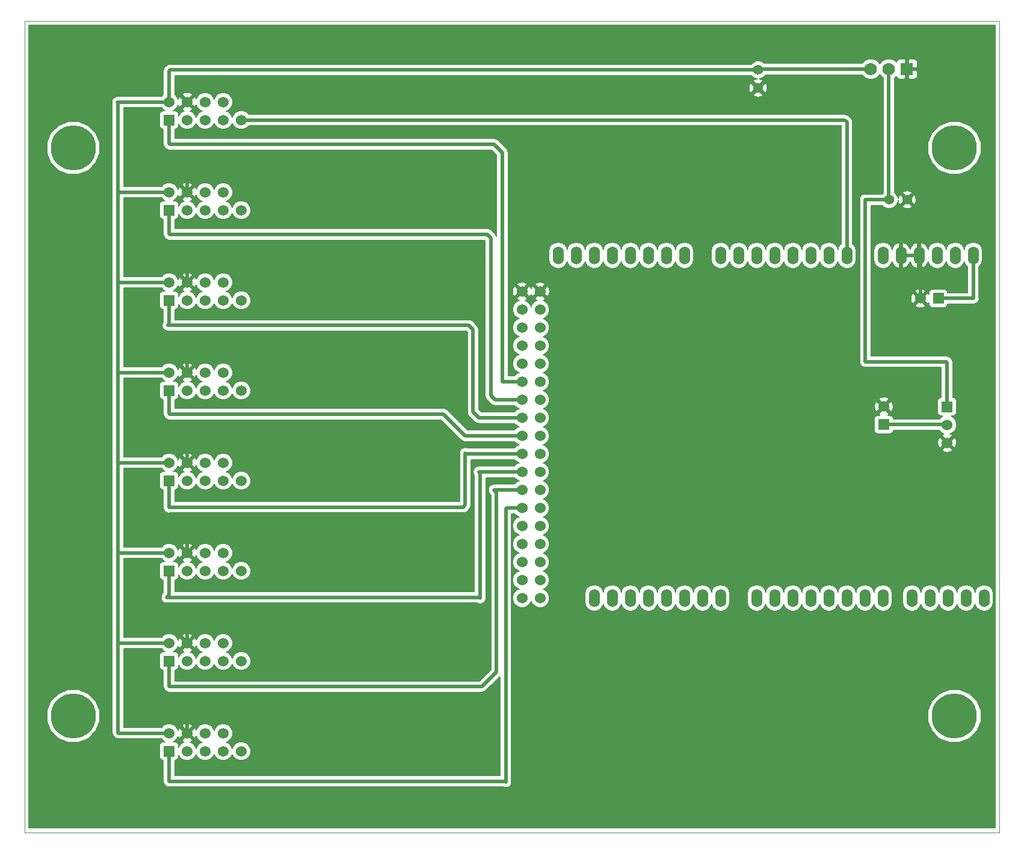
<source format=gtl>
G04 (created by PCBNEW (2013-07-07 BZR 4022)-stable) date 9/29/2015 7:05:24 PM*
%MOIN*%
G04 Gerber Fmt 3.4, Leading zero omitted, Abs format*
%FSLAX34Y34*%
G01*
G70*
G90*
G04 APERTURE LIST*
%ADD10C,0.00590551*%
%ADD11C,0.00393701*%
%ADD12C,0.25*%
%ADD13O,0.06X0.1*%
%ADD14C,0.06*%
%ADD15C,0.07*%
%ADD16R,0.07X0.07*%
%ADD17R,0.06X0.06*%
%ADD18C,0.055*%
%ADD19C,0.035*%
%ADD20C,0.02*%
%ADD21C,0.005*%
G04 APERTURE END LIST*
G54D10*
G54D11*
X40000Y-35000D02*
X43000Y-35000D01*
X40000Y-80000D02*
X40000Y-35000D01*
X94000Y-80000D02*
X40000Y-80000D01*
X94000Y-35000D02*
X94000Y-80000D01*
X42000Y-35000D02*
X94000Y-35000D01*
G54D12*
X42690Y-73548D03*
X91509Y-73548D03*
X91509Y-42051D03*
X42690Y-42051D03*
G54D13*
X78551Y-67007D03*
X77551Y-67007D03*
X76551Y-67007D03*
X75551Y-67007D03*
X74551Y-67007D03*
X73551Y-67007D03*
X72551Y-67007D03*
X71551Y-67007D03*
X69551Y-48007D03*
X70551Y-48007D03*
X71551Y-48007D03*
X72551Y-48007D03*
X76551Y-48007D03*
X78551Y-48007D03*
X79551Y-48007D03*
X75551Y-48007D03*
X74551Y-48007D03*
X73551Y-48007D03*
X80551Y-48007D03*
X81551Y-48007D03*
X82551Y-48007D03*
X85551Y-48007D03*
X84551Y-48007D03*
X83551Y-48007D03*
X87551Y-48007D03*
X88551Y-48007D03*
X89551Y-48007D03*
X91551Y-48007D03*
X92551Y-48007D03*
X80551Y-67007D03*
X81551Y-67007D03*
X82551Y-67007D03*
X83551Y-67007D03*
X84551Y-67007D03*
X85551Y-67007D03*
X86551Y-67007D03*
X87551Y-67007D03*
X89151Y-67007D03*
X90151Y-67007D03*
X91151Y-67007D03*
X92151Y-67007D03*
X93151Y-67007D03*
X90551Y-48007D03*
G54D14*
X68551Y-66007D03*
X67551Y-66007D03*
X68551Y-65007D03*
X67551Y-65007D03*
X68551Y-64007D03*
X67551Y-64007D03*
X68551Y-63007D03*
X67551Y-63007D03*
X68551Y-67007D03*
X67551Y-67007D03*
X67551Y-62007D03*
X68551Y-62007D03*
X68551Y-61007D03*
X67551Y-61007D03*
X68551Y-60007D03*
X67551Y-60007D03*
X68551Y-59007D03*
X67551Y-59007D03*
X68551Y-58007D03*
X67551Y-58007D03*
X68551Y-57007D03*
X67551Y-57007D03*
X68551Y-56007D03*
X67551Y-56007D03*
X68551Y-55007D03*
X67551Y-55007D03*
X68551Y-54007D03*
X67551Y-54007D03*
X68551Y-53007D03*
X67551Y-53007D03*
X68551Y-52007D03*
X67551Y-52007D03*
X68551Y-51007D03*
X67551Y-51007D03*
X68551Y-50007D03*
X67551Y-50007D03*
G54D15*
X86874Y-37677D03*
X87874Y-37677D03*
G54D16*
X88874Y-37677D03*
G54D17*
X48000Y-40500D03*
G54D14*
X48000Y-39500D03*
X49000Y-40500D03*
X49000Y-39500D03*
X50000Y-40500D03*
X50000Y-39500D03*
X51000Y-40500D03*
X51000Y-39500D03*
X52000Y-40500D03*
G54D17*
X48000Y-60500D03*
G54D14*
X48000Y-59500D03*
X49000Y-60500D03*
X49000Y-59500D03*
X50000Y-60500D03*
X50000Y-59500D03*
X51000Y-60500D03*
X51000Y-59500D03*
X52000Y-60500D03*
G54D17*
X48000Y-45500D03*
G54D14*
X48000Y-44500D03*
X49000Y-45500D03*
X49000Y-44500D03*
X50000Y-45500D03*
X50000Y-44500D03*
X51000Y-45500D03*
X51000Y-44500D03*
X52000Y-45500D03*
G54D17*
X48000Y-65500D03*
G54D14*
X48000Y-64500D03*
X49000Y-65500D03*
X49000Y-64500D03*
X50000Y-65500D03*
X50000Y-64500D03*
X51000Y-65500D03*
X51000Y-64500D03*
X52000Y-65500D03*
G54D17*
X48000Y-50500D03*
G54D14*
X48000Y-49500D03*
X49000Y-50500D03*
X49000Y-49500D03*
X50000Y-50500D03*
X50000Y-49500D03*
X51000Y-50500D03*
X51000Y-49500D03*
X52000Y-50500D03*
G54D17*
X48000Y-70500D03*
G54D14*
X48000Y-69500D03*
X49000Y-70500D03*
X49000Y-69500D03*
X50000Y-70500D03*
X50000Y-69500D03*
X51000Y-70500D03*
X51000Y-69500D03*
X52000Y-70500D03*
G54D17*
X48000Y-55500D03*
G54D14*
X48000Y-54500D03*
X49000Y-55500D03*
X49000Y-54500D03*
X50000Y-55500D03*
X50000Y-54500D03*
X51000Y-55500D03*
X51000Y-54500D03*
X52000Y-55500D03*
G54D17*
X48000Y-75500D03*
G54D14*
X48000Y-74500D03*
X49000Y-75500D03*
X49000Y-74500D03*
X50000Y-75500D03*
X50000Y-74500D03*
X51000Y-75500D03*
X51000Y-74500D03*
X52000Y-75500D03*
G54D17*
X91102Y-56401D03*
G54D14*
X91102Y-57401D03*
X91102Y-58401D03*
G54D17*
X87598Y-57389D03*
G54D14*
X87598Y-56389D03*
G54D17*
X90618Y-50393D03*
G54D14*
X89618Y-50393D03*
G54D18*
X88885Y-44921D03*
X87885Y-44921D03*
X80629Y-37728D03*
X80629Y-38728D03*
G54D19*
X46890Y-70670D03*
X46890Y-65630D03*
X46700Y-60720D03*
X46710Y-55920D03*
X46710Y-50660D03*
X46780Y-45640D03*
X46780Y-40520D03*
G54D20*
X87598Y-57389D02*
X91090Y-57389D01*
X91090Y-57389D02*
X91102Y-57401D01*
X87885Y-44921D02*
X86574Y-44921D01*
X91102Y-53937D02*
X91102Y-56401D01*
X91062Y-53897D02*
X91102Y-53937D01*
X86574Y-53897D02*
X91062Y-53897D01*
X86574Y-44921D02*
X86574Y-53897D01*
X87874Y-37677D02*
X87874Y-44909D01*
X87874Y-44909D02*
X87885Y-44921D01*
X67551Y-55007D02*
X66448Y-55007D01*
X48000Y-41818D02*
X48000Y-40500D01*
X48031Y-41850D02*
X48000Y-41818D01*
X65984Y-41850D02*
X48031Y-41850D01*
X66456Y-42322D02*
X65984Y-41850D01*
X66456Y-55000D02*
X66456Y-42322D01*
X66448Y-55007D02*
X66456Y-55000D01*
X67551Y-56007D02*
X66047Y-56007D01*
X48000Y-46818D02*
X48000Y-45500D01*
X48031Y-46850D02*
X48000Y-46818D01*
X65629Y-46850D02*
X48031Y-46850D01*
X65826Y-47047D02*
X65629Y-46850D01*
X65826Y-55787D02*
X65826Y-47047D01*
X66047Y-56007D02*
X65826Y-55787D01*
X67551Y-57007D02*
X65157Y-57007D01*
X48000Y-51803D02*
X48000Y-50500D01*
X47913Y-51889D02*
X48000Y-51803D01*
X64606Y-51889D02*
X47913Y-51889D01*
X64842Y-52125D02*
X64606Y-51889D01*
X64842Y-56692D02*
X64842Y-52125D01*
X65157Y-57007D02*
X64842Y-56692D01*
X48000Y-55500D02*
X48000Y-56779D01*
X64385Y-58007D02*
X67551Y-58007D01*
X63188Y-56811D02*
X64385Y-58007D01*
X48031Y-56811D02*
X63188Y-56811D01*
X48000Y-56779D02*
X48031Y-56811D01*
X48000Y-60500D02*
X48000Y-61976D01*
X64440Y-59007D02*
X67551Y-59007D01*
X64409Y-58976D02*
X64440Y-59007D01*
X64409Y-61850D02*
X64409Y-58976D01*
X64291Y-61968D02*
X64409Y-61850D01*
X48007Y-61968D02*
X64291Y-61968D01*
X48000Y-61976D02*
X48007Y-61968D01*
X67551Y-60007D02*
X65165Y-60007D01*
X48000Y-66842D02*
X48000Y-65500D01*
X47874Y-66968D02*
X48000Y-66842D01*
X65196Y-66968D02*
X47874Y-66968D01*
X65236Y-67007D02*
X65196Y-66968D01*
X65236Y-60078D02*
X65236Y-67007D01*
X65165Y-60007D02*
X65236Y-60078D01*
X67551Y-61007D02*
X66007Y-61007D01*
X48000Y-71897D02*
X48000Y-70500D01*
X48031Y-71929D02*
X48000Y-71897D01*
X65314Y-71929D02*
X48031Y-71929D01*
X66141Y-71102D02*
X65314Y-71929D01*
X66141Y-61141D02*
X66141Y-71102D01*
X66007Y-61007D02*
X66141Y-61141D01*
X67551Y-62007D02*
X66692Y-62007D01*
X48000Y-77157D02*
X48000Y-75500D01*
X47992Y-77165D02*
X48000Y-77157D01*
X66614Y-77165D02*
X47992Y-77165D01*
X66653Y-77204D02*
X66614Y-77165D01*
X66653Y-62047D02*
X66653Y-77204D01*
X66692Y-62007D02*
X66653Y-62047D01*
X49000Y-74500D02*
X49000Y-73200D01*
X46890Y-72920D02*
X46890Y-70670D01*
X47110Y-73140D02*
X46890Y-72920D01*
X48940Y-73140D02*
X47110Y-73140D01*
X49000Y-73200D02*
X48940Y-73140D01*
X49000Y-69500D02*
X49000Y-68200D01*
X46890Y-68190D02*
X46890Y-65630D01*
X46970Y-68270D02*
X46890Y-68190D01*
X48930Y-68270D02*
X46970Y-68270D01*
X49000Y-68200D02*
X48930Y-68270D01*
X49000Y-64500D02*
X49000Y-63180D01*
X46700Y-63010D02*
X46700Y-60720D01*
X46830Y-63140D02*
X46700Y-63010D01*
X48960Y-63140D02*
X46830Y-63140D01*
X49000Y-63180D02*
X48960Y-63140D01*
X49000Y-59500D02*
X49000Y-58120D01*
X46710Y-57820D02*
X46710Y-55920D01*
X46880Y-57990D02*
X46710Y-57820D01*
X48870Y-57990D02*
X46880Y-57990D01*
X49000Y-58120D02*
X48870Y-57990D01*
X49000Y-54500D02*
X49000Y-53070D01*
X46710Y-52960D02*
X46710Y-50660D01*
X46820Y-53070D02*
X46710Y-52960D01*
X49000Y-53070D02*
X46820Y-53070D01*
X49000Y-49500D02*
X49000Y-48150D01*
X46780Y-48130D02*
X46780Y-45640D01*
X46790Y-48140D02*
X46780Y-48130D01*
X48990Y-48140D02*
X46790Y-48140D01*
X49000Y-48150D02*
X48990Y-48140D01*
X49000Y-44500D02*
X49000Y-43140D01*
X46780Y-43090D02*
X46780Y-40520D01*
X46740Y-43130D02*
X46780Y-43090D01*
X48990Y-43130D02*
X46740Y-43130D01*
X49000Y-43140D02*
X48990Y-43130D01*
X89618Y-50393D02*
X89618Y-48074D01*
X89618Y-48074D02*
X89551Y-48007D01*
X90618Y-50393D02*
X92559Y-50393D01*
X92551Y-50385D02*
X92551Y-48007D01*
X92559Y-50393D02*
X92551Y-50385D01*
X52000Y-40500D02*
X85421Y-40500D01*
X85551Y-40629D02*
X85551Y-48007D01*
X85421Y-40500D02*
X85551Y-40629D01*
X80629Y-37728D02*
X48059Y-37728D01*
X48000Y-37787D02*
X48000Y-39500D01*
X48059Y-37728D02*
X48000Y-37787D01*
X86874Y-37677D02*
X80681Y-37677D01*
X80681Y-37677D02*
X80629Y-37728D01*
X48000Y-69500D02*
X45157Y-69500D01*
X48000Y-64500D02*
X45157Y-64500D01*
X48000Y-59500D02*
X45157Y-59500D01*
X48000Y-54500D02*
X45157Y-54500D01*
X45157Y-54500D02*
X45157Y-54488D01*
X48000Y-49500D02*
X45157Y-49500D01*
X45157Y-49500D02*
X45157Y-49527D01*
X48000Y-44500D02*
X45157Y-44500D01*
X45157Y-44500D02*
X45157Y-44488D01*
X48000Y-39500D02*
X45145Y-39500D01*
X45145Y-39500D02*
X45157Y-39511D01*
X45157Y-39511D02*
X45157Y-44488D01*
X45208Y-74500D02*
X48000Y-74500D01*
X45157Y-74448D02*
X45208Y-74500D01*
X45157Y-44488D02*
X45157Y-49527D01*
X45157Y-49527D02*
X45157Y-54488D01*
X45157Y-54488D02*
X45157Y-59500D01*
X45157Y-59500D02*
X45157Y-64500D01*
X45157Y-64500D02*
X45157Y-69500D01*
X45157Y-69500D02*
X45157Y-74448D01*
G54D10*
G36*
X66131Y-46946D02*
X66127Y-46922D01*
X66127Y-46922D01*
X66056Y-46817D01*
X66056Y-46817D01*
X65859Y-46620D01*
X65754Y-46550D01*
X65629Y-46525D01*
X48325Y-46525D01*
X48325Y-46025D01*
X48344Y-46025D01*
X48427Y-45990D01*
X48490Y-45927D01*
X48524Y-45844D01*
X48525Y-45755D01*
X48525Y-45725D01*
X48554Y-45797D01*
X48702Y-45944D01*
X48895Y-46024D01*
X49103Y-46025D01*
X49297Y-45945D01*
X49444Y-45797D01*
X49500Y-45664D01*
X49554Y-45797D01*
X49702Y-45944D01*
X49895Y-46024D01*
X50103Y-46025D01*
X50297Y-45945D01*
X50444Y-45797D01*
X50500Y-45664D01*
X50554Y-45797D01*
X50702Y-45944D01*
X50895Y-46024D01*
X51103Y-46025D01*
X51297Y-45945D01*
X51444Y-45797D01*
X51500Y-45664D01*
X51554Y-45797D01*
X51702Y-45944D01*
X51895Y-46024D01*
X52103Y-46025D01*
X52297Y-45945D01*
X52444Y-45797D01*
X52524Y-45604D01*
X52525Y-45396D01*
X52445Y-45203D01*
X52297Y-45055D01*
X52104Y-44975D01*
X51896Y-44974D01*
X51703Y-45054D01*
X51555Y-45202D01*
X51499Y-45335D01*
X51445Y-45203D01*
X51297Y-45055D01*
X51164Y-44999D01*
X51297Y-44945D01*
X51444Y-44797D01*
X51524Y-44604D01*
X51525Y-44396D01*
X51445Y-44203D01*
X51297Y-44055D01*
X51104Y-43975D01*
X50896Y-43974D01*
X50703Y-44054D01*
X50555Y-44202D01*
X50499Y-44335D01*
X50445Y-44203D01*
X50297Y-44055D01*
X50104Y-43975D01*
X49896Y-43974D01*
X49703Y-44054D01*
X49555Y-44202D01*
X49504Y-44324D01*
X49472Y-44249D01*
X49387Y-44218D01*
X49281Y-44324D01*
X49281Y-44112D01*
X49250Y-44027D01*
X49050Y-43967D01*
X48843Y-43988D01*
X48749Y-44027D01*
X48718Y-44112D01*
X49000Y-44393D01*
X49281Y-44112D01*
X49281Y-44324D01*
X49106Y-44500D01*
X49387Y-44781D01*
X49472Y-44750D01*
X49499Y-44662D01*
X49554Y-44797D01*
X49702Y-44944D01*
X49835Y-45000D01*
X49703Y-45054D01*
X49555Y-45202D01*
X49499Y-45335D01*
X49445Y-45203D01*
X49297Y-45055D01*
X49175Y-45004D01*
X49250Y-44972D01*
X49281Y-44887D01*
X49000Y-44606D01*
X48718Y-44887D01*
X48749Y-44972D01*
X48837Y-44999D01*
X48703Y-45054D01*
X48555Y-45202D01*
X48525Y-45274D01*
X48525Y-45155D01*
X48490Y-45072D01*
X48427Y-45009D01*
X48344Y-44975D01*
X48255Y-44974D01*
X48225Y-44974D01*
X48297Y-44945D01*
X48444Y-44797D01*
X48495Y-44675D01*
X48527Y-44750D01*
X48612Y-44781D01*
X48893Y-44500D01*
X48612Y-44218D01*
X48527Y-44249D01*
X48500Y-44337D01*
X48445Y-44203D01*
X48297Y-44055D01*
X48104Y-43975D01*
X47896Y-43974D01*
X47703Y-44054D01*
X47582Y-44175D01*
X45482Y-44175D01*
X45482Y-39825D01*
X47582Y-39825D01*
X47702Y-39944D01*
X47774Y-39974D01*
X47655Y-39974D01*
X47572Y-40009D01*
X47509Y-40072D01*
X47475Y-40155D01*
X47474Y-40244D01*
X47474Y-40844D01*
X47509Y-40927D01*
X47572Y-40990D01*
X47655Y-41024D01*
X47675Y-41024D01*
X47675Y-41818D01*
X47699Y-41943D01*
X47770Y-42048D01*
X47801Y-42080D01*
X47907Y-42150D01*
X47907Y-42150D01*
X48031Y-42175D01*
X65849Y-42175D01*
X66131Y-42457D01*
X66131Y-46946D01*
X66131Y-46946D01*
G37*
G54D21*
X66131Y-46946D02*
X66127Y-46922D01*
X66127Y-46922D01*
X66056Y-46817D01*
X66056Y-46817D01*
X65859Y-46620D01*
X65754Y-46550D01*
X65629Y-46525D01*
X48325Y-46525D01*
X48325Y-46025D01*
X48344Y-46025D01*
X48427Y-45990D01*
X48490Y-45927D01*
X48524Y-45844D01*
X48525Y-45755D01*
X48525Y-45725D01*
X48554Y-45797D01*
X48702Y-45944D01*
X48895Y-46024D01*
X49103Y-46025D01*
X49297Y-45945D01*
X49444Y-45797D01*
X49500Y-45664D01*
X49554Y-45797D01*
X49702Y-45944D01*
X49895Y-46024D01*
X50103Y-46025D01*
X50297Y-45945D01*
X50444Y-45797D01*
X50500Y-45664D01*
X50554Y-45797D01*
X50702Y-45944D01*
X50895Y-46024D01*
X51103Y-46025D01*
X51297Y-45945D01*
X51444Y-45797D01*
X51500Y-45664D01*
X51554Y-45797D01*
X51702Y-45944D01*
X51895Y-46024D01*
X52103Y-46025D01*
X52297Y-45945D01*
X52444Y-45797D01*
X52524Y-45604D01*
X52525Y-45396D01*
X52445Y-45203D01*
X52297Y-45055D01*
X52104Y-44975D01*
X51896Y-44974D01*
X51703Y-45054D01*
X51555Y-45202D01*
X51499Y-45335D01*
X51445Y-45203D01*
X51297Y-45055D01*
X51164Y-44999D01*
X51297Y-44945D01*
X51444Y-44797D01*
X51524Y-44604D01*
X51525Y-44396D01*
X51445Y-44203D01*
X51297Y-44055D01*
X51104Y-43975D01*
X50896Y-43974D01*
X50703Y-44054D01*
X50555Y-44202D01*
X50499Y-44335D01*
X50445Y-44203D01*
X50297Y-44055D01*
X50104Y-43975D01*
X49896Y-43974D01*
X49703Y-44054D01*
X49555Y-44202D01*
X49504Y-44324D01*
X49472Y-44249D01*
X49387Y-44218D01*
X49281Y-44324D01*
X49281Y-44112D01*
X49250Y-44027D01*
X49050Y-43967D01*
X48843Y-43988D01*
X48749Y-44027D01*
X48718Y-44112D01*
X49000Y-44393D01*
X49281Y-44112D01*
X49281Y-44324D01*
X49106Y-44500D01*
X49387Y-44781D01*
X49472Y-44750D01*
X49499Y-44662D01*
X49554Y-44797D01*
X49702Y-44944D01*
X49835Y-45000D01*
X49703Y-45054D01*
X49555Y-45202D01*
X49499Y-45335D01*
X49445Y-45203D01*
X49297Y-45055D01*
X49175Y-45004D01*
X49250Y-44972D01*
X49281Y-44887D01*
X49000Y-44606D01*
X48718Y-44887D01*
X48749Y-44972D01*
X48837Y-44999D01*
X48703Y-45054D01*
X48555Y-45202D01*
X48525Y-45274D01*
X48525Y-45155D01*
X48490Y-45072D01*
X48427Y-45009D01*
X48344Y-44975D01*
X48255Y-44974D01*
X48225Y-44974D01*
X48297Y-44945D01*
X48444Y-44797D01*
X48495Y-44675D01*
X48527Y-44750D01*
X48612Y-44781D01*
X48893Y-44500D01*
X48612Y-44218D01*
X48527Y-44249D01*
X48500Y-44337D01*
X48445Y-44203D01*
X48297Y-44055D01*
X48104Y-43975D01*
X47896Y-43974D01*
X47703Y-44054D01*
X47582Y-44175D01*
X45482Y-44175D01*
X45482Y-39825D01*
X47582Y-39825D01*
X47702Y-39944D01*
X47774Y-39974D01*
X47655Y-39974D01*
X47572Y-40009D01*
X47509Y-40072D01*
X47475Y-40155D01*
X47474Y-40244D01*
X47474Y-40844D01*
X47509Y-40927D01*
X47572Y-40990D01*
X47655Y-41024D01*
X47675Y-41024D01*
X47675Y-41818D01*
X47699Y-41943D01*
X47770Y-42048D01*
X47801Y-42080D01*
X47907Y-42150D01*
X47907Y-42150D01*
X48031Y-42175D01*
X65849Y-42175D01*
X66131Y-42457D01*
X66131Y-46946D01*
G54D10*
G36*
X66328Y-76840D02*
X48325Y-76840D01*
X48325Y-76025D01*
X48344Y-76025D01*
X48427Y-75990D01*
X48490Y-75927D01*
X48524Y-75844D01*
X48525Y-75755D01*
X48525Y-75725D01*
X48554Y-75797D01*
X48702Y-75944D01*
X48895Y-76024D01*
X49103Y-76025D01*
X49297Y-75945D01*
X49444Y-75797D01*
X49500Y-75664D01*
X49554Y-75797D01*
X49702Y-75944D01*
X49895Y-76024D01*
X50103Y-76025D01*
X50297Y-75945D01*
X50444Y-75797D01*
X50500Y-75664D01*
X50554Y-75797D01*
X50702Y-75944D01*
X50895Y-76024D01*
X51103Y-76025D01*
X51297Y-75945D01*
X51444Y-75797D01*
X51500Y-75664D01*
X51554Y-75797D01*
X51702Y-75944D01*
X51895Y-76024D01*
X52103Y-76025D01*
X52297Y-75945D01*
X52444Y-75797D01*
X52524Y-75604D01*
X52525Y-75396D01*
X52445Y-75203D01*
X52297Y-75055D01*
X52104Y-74975D01*
X51896Y-74974D01*
X51703Y-75054D01*
X51555Y-75202D01*
X51499Y-75335D01*
X51445Y-75203D01*
X51297Y-75055D01*
X51164Y-74999D01*
X51297Y-74945D01*
X51444Y-74797D01*
X51524Y-74604D01*
X51525Y-74396D01*
X51445Y-74203D01*
X51297Y-74055D01*
X51104Y-73975D01*
X50896Y-73974D01*
X50703Y-74054D01*
X50555Y-74202D01*
X50499Y-74335D01*
X50445Y-74203D01*
X50297Y-74055D01*
X50104Y-73975D01*
X49896Y-73974D01*
X49703Y-74054D01*
X49555Y-74202D01*
X49504Y-74324D01*
X49472Y-74249D01*
X49387Y-74218D01*
X49281Y-74324D01*
X49281Y-74112D01*
X49250Y-74027D01*
X49050Y-73967D01*
X48843Y-73988D01*
X48749Y-74027D01*
X48718Y-74112D01*
X49000Y-74393D01*
X49281Y-74112D01*
X49281Y-74324D01*
X49106Y-74500D01*
X49387Y-74781D01*
X49472Y-74750D01*
X49499Y-74662D01*
X49554Y-74797D01*
X49702Y-74944D01*
X49835Y-75000D01*
X49703Y-75054D01*
X49555Y-75202D01*
X49499Y-75335D01*
X49445Y-75203D01*
X49297Y-75055D01*
X49175Y-75004D01*
X49250Y-74972D01*
X49281Y-74887D01*
X49000Y-74606D01*
X48718Y-74887D01*
X48749Y-74972D01*
X48837Y-74999D01*
X48703Y-75054D01*
X48555Y-75202D01*
X48525Y-75274D01*
X48525Y-75155D01*
X48490Y-75072D01*
X48427Y-75009D01*
X48344Y-74975D01*
X48255Y-74974D01*
X48225Y-74974D01*
X48297Y-74945D01*
X48444Y-74797D01*
X48495Y-74675D01*
X48527Y-74750D01*
X48612Y-74781D01*
X48893Y-74500D01*
X48612Y-74218D01*
X48527Y-74249D01*
X48500Y-74337D01*
X48445Y-74203D01*
X48297Y-74055D01*
X48104Y-73975D01*
X47896Y-73974D01*
X47703Y-74054D01*
X47582Y-74175D01*
X45482Y-74175D01*
X45482Y-69825D01*
X47582Y-69825D01*
X47702Y-69944D01*
X47774Y-69974D01*
X47655Y-69974D01*
X47572Y-70009D01*
X47509Y-70072D01*
X47475Y-70155D01*
X47474Y-70244D01*
X47474Y-70844D01*
X47509Y-70927D01*
X47572Y-70990D01*
X47655Y-71024D01*
X47675Y-71024D01*
X47675Y-71897D01*
X47699Y-72022D01*
X47770Y-72127D01*
X47801Y-72158D01*
X47907Y-72229D01*
X47907Y-72229D01*
X48031Y-72254D01*
X65314Y-72254D01*
X65439Y-72229D01*
X65439Y-72229D01*
X65544Y-72158D01*
X66328Y-71375D01*
X66328Y-76840D01*
X66328Y-76840D01*
G37*
G54D21*
X66328Y-76840D02*
X48325Y-76840D01*
X48325Y-76025D01*
X48344Y-76025D01*
X48427Y-75990D01*
X48490Y-75927D01*
X48524Y-75844D01*
X48525Y-75755D01*
X48525Y-75725D01*
X48554Y-75797D01*
X48702Y-75944D01*
X48895Y-76024D01*
X49103Y-76025D01*
X49297Y-75945D01*
X49444Y-75797D01*
X49500Y-75664D01*
X49554Y-75797D01*
X49702Y-75944D01*
X49895Y-76024D01*
X50103Y-76025D01*
X50297Y-75945D01*
X50444Y-75797D01*
X50500Y-75664D01*
X50554Y-75797D01*
X50702Y-75944D01*
X50895Y-76024D01*
X51103Y-76025D01*
X51297Y-75945D01*
X51444Y-75797D01*
X51500Y-75664D01*
X51554Y-75797D01*
X51702Y-75944D01*
X51895Y-76024D01*
X52103Y-76025D01*
X52297Y-75945D01*
X52444Y-75797D01*
X52524Y-75604D01*
X52525Y-75396D01*
X52445Y-75203D01*
X52297Y-75055D01*
X52104Y-74975D01*
X51896Y-74974D01*
X51703Y-75054D01*
X51555Y-75202D01*
X51499Y-75335D01*
X51445Y-75203D01*
X51297Y-75055D01*
X51164Y-74999D01*
X51297Y-74945D01*
X51444Y-74797D01*
X51524Y-74604D01*
X51525Y-74396D01*
X51445Y-74203D01*
X51297Y-74055D01*
X51104Y-73975D01*
X50896Y-73974D01*
X50703Y-74054D01*
X50555Y-74202D01*
X50499Y-74335D01*
X50445Y-74203D01*
X50297Y-74055D01*
X50104Y-73975D01*
X49896Y-73974D01*
X49703Y-74054D01*
X49555Y-74202D01*
X49504Y-74324D01*
X49472Y-74249D01*
X49387Y-74218D01*
X49281Y-74324D01*
X49281Y-74112D01*
X49250Y-74027D01*
X49050Y-73967D01*
X48843Y-73988D01*
X48749Y-74027D01*
X48718Y-74112D01*
X49000Y-74393D01*
X49281Y-74112D01*
X49281Y-74324D01*
X49106Y-74500D01*
X49387Y-74781D01*
X49472Y-74750D01*
X49499Y-74662D01*
X49554Y-74797D01*
X49702Y-74944D01*
X49835Y-75000D01*
X49703Y-75054D01*
X49555Y-75202D01*
X49499Y-75335D01*
X49445Y-75203D01*
X49297Y-75055D01*
X49175Y-75004D01*
X49250Y-74972D01*
X49281Y-74887D01*
X49000Y-74606D01*
X48718Y-74887D01*
X48749Y-74972D01*
X48837Y-74999D01*
X48703Y-75054D01*
X48555Y-75202D01*
X48525Y-75274D01*
X48525Y-75155D01*
X48490Y-75072D01*
X48427Y-75009D01*
X48344Y-74975D01*
X48255Y-74974D01*
X48225Y-74974D01*
X48297Y-74945D01*
X48444Y-74797D01*
X48495Y-74675D01*
X48527Y-74750D01*
X48612Y-74781D01*
X48893Y-74500D01*
X48612Y-74218D01*
X48527Y-74249D01*
X48500Y-74337D01*
X48445Y-74203D01*
X48297Y-74055D01*
X48104Y-73975D01*
X47896Y-73974D01*
X47703Y-74054D01*
X47582Y-74175D01*
X45482Y-74175D01*
X45482Y-69825D01*
X47582Y-69825D01*
X47702Y-69944D01*
X47774Y-69974D01*
X47655Y-69974D01*
X47572Y-70009D01*
X47509Y-70072D01*
X47475Y-70155D01*
X47474Y-70244D01*
X47474Y-70844D01*
X47509Y-70927D01*
X47572Y-70990D01*
X47655Y-71024D01*
X47675Y-71024D01*
X47675Y-71897D01*
X47699Y-72022D01*
X47770Y-72127D01*
X47801Y-72158D01*
X47907Y-72229D01*
X47907Y-72229D01*
X48031Y-72254D01*
X65314Y-72254D01*
X65439Y-72229D01*
X65439Y-72229D01*
X65544Y-72158D01*
X66328Y-71375D01*
X66328Y-76840D01*
G54D10*
G36*
X67386Y-56507D02*
X67254Y-56562D01*
X67133Y-56682D01*
X65292Y-56682D01*
X65167Y-56558D01*
X65167Y-52125D01*
X65142Y-52001D01*
X65142Y-52001D01*
X65072Y-51896D01*
X64836Y-51659D01*
X64730Y-51589D01*
X64606Y-51564D01*
X48325Y-51564D01*
X48325Y-51025D01*
X48344Y-51025D01*
X48427Y-50990D01*
X48490Y-50927D01*
X48524Y-50844D01*
X48525Y-50755D01*
X48525Y-50725D01*
X48554Y-50797D01*
X48702Y-50944D01*
X48895Y-51024D01*
X49103Y-51025D01*
X49297Y-50945D01*
X49444Y-50797D01*
X49500Y-50664D01*
X49554Y-50797D01*
X49702Y-50944D01*
X49895Y-51024D01*
X50103Y-51025D01*
X50297Y-50945D01*
X50444Y-50797D01*
X50500Y-50664D01*
X50554Y-50797D01*
X50702Y-50944D01*
X50895Y-51024D01*
X51103Y-51025D01*
X51297Y-50945D01*
X51444Y-50797D01*
X51500Y-50664D01*
X51554Y-50797D01*
X51702Y-50944D01*
X51895Y-51024D01*
X52103Y-51025D01*
X52297Y-50945D01*
X52444Y-50797D01*
X52524Y-50604D01*
X52525Y-50396D01*
X52445Y-50203D01*
X52297Y-50055D01*
X52104Y-49975D01*
X51896Y-49974D01*
X51703Y-50054D01*
X51555Y-50202D01*
X51499Y-50335D01*
X51445Y-50203D01*
X51297Y-50055D01*
X51164Y-49999D01*
X51297Y-49945D01*
X51444Y-49797D01*
X51524Y-49604D01*
X51525Y-49396D01*
X51445Y-49203D01*
X51297Y-49055D01*
X51104Y-48975D01*
X50896Y-48974D01*
X50703Y-49054D01*
X50555Y-49202D01*
X50499Y-49335D01*
X50445Y-49203D01*
X50297Y-49055D01*
X50104Y-48975D01*
X49896Y-48974D01*
X49703Y-49054D01*
X49555Y-49202D01*
X49504Y-49324D01*
X49472Y-49249D01*
X49387Y-49218D01*
X49281Y-49324D01*
X49281Y-49112D01*
X49250Y-49027D01*
X49050Y-48967D01*
X48843Y-48988D01*
X48749Y-49027D01*
X48718Y-49112D01*
X49000Y-49393D01*
X49281Y-49112D01*
X49281Y-49324D01*
X49106Y-49500D01*
X49387Y-49781D01*
X49472Y-49750D01*
X49499Y-49662D01*
X49554Y-49797D01*
X49702Y-49944D01*
X49835Y-50000D01*
X49703Y-50054D01*
X49555Y-50202D01*
X49499Y-50335D01*
X49445Y-50203D01*
X49297Y-50055D01*
X49175Y-50004D01*
X49250Y-49972D01*
X49281Y-49887D01*
X49000Y-49606D01*
X48718Y-49887D01*
X48749Y-49972D01*
X48837Y-49999D01*
X48703Y-50054D01*
X48555Y-50202D01*
X48525Y-50274D01*
X48525Y-50155D01*
X48490Y-50072D01*
X48427Y-50009D01*
X48344Y-49975D01*
X48255Y-49974D01*
X48225Y-49974D01*
X48297Y-49945D01*
X48444Y-49797D01*
X48495Y-49675D01*
X48527Y-49750D01*
X48612Y-49781D01*
X48893Y-49500D01*
X48612Y-49218D01*
X48527Y-49249D01*
X48500Y-49337D01*
X48445Y-49203D01*
X48297Y-49055D01*
X48104Y-48975D01*
X47896Y-48974D01*
X47703Y-49054D01*
X47582Y-49175D01*
X45482Y-49175D01*
X45482Y-44825D01*
X47582Y-44825D01*
X47702Y-44944D01*
X47774Y-44974D01*
X47655Y-44974D01*
X47572Y-45009D01*
X47509Y-45072D01*
X47475Y-45155D01*
X47474Y-45244D01*
X47474Y-45844D01*
X47509Y-45927D01*
X47572Y-45990D01*
X47655Y-46024D01*
X47675Y-46024D01*
X47675Y-46818D01*
X47699Y-46943D01*
X47770Y-47048D01*
X47801Y-47080D01*
X47907Y-47150D01*
X47907Y-47150D01*
X48031Y-47175D01*
X65495Y-47175D01*
X65501Y-47181D01*
X65501Y-55787D01*
X65526Y-55911D01*
X65596Y-56017D01*
X65817Y-56237D01*
X65817Y-56237D01*
X65922Y-56308D01*
X65922Y-56308D01*
X66047Y-56332D01*
X67133Y-56332D01*
X67253Y-56452D01*
X67386Y-56507D01*
X67386Y-56507D01*
G37*
G54D21*
X67386Y-56507D02*
X67254Y-56562D01*
X67133Y-56682D01*
X65292Y-56682D01*
X65167Y-56558D01*
X65167Y-52125D01*
X65142Y-52001D01*
X65142Y-52001D01*
X65072Y-51896D01*
X64836Y-51659D01*
X64730Y-51589D01*
X64606Y-51564D01*
X48325Y-51564D01*
X48325Y-51025D01*
X48344Y-51025D01*
X48427Y-50990D01*
X48490Y-50927D01*
X48524Y-50844D01*
X48525Y-50755D01*
X48525Y-50725D01*
X48554Y-50797D01*
X48702Y-50944D01*
X48895Y-51024D01*
X49103Y-51025D01*
X49297Y-50945D01*
X49444Y-50797D01*
X49500Y-50664D01*
X49554Y-50797D01*
X49702Y-50944D01*
X49895Y-51024D01*
X50103Y-51025D01*
X50297Y-50945D01*
X50444Y-50797D01*
X50500Y-50664D01*
X50554Y-50797D01*
X50702Y-50944D01*
X50895Y-51024D01*
X51103Y-51025D01*
X51297Y-50945D01*
X51444Y-50797D01*
X51500Y-50664D01*
X51554Y-50797D01*
X51702Y-50944D01*
X51895Y-51024D01*
X52103Y-51025D01*
X52297Y-50945D01*
X52444Y-50797D01*
X52524Y-50604D01*
X52525Y-50396D01*
X52445Y-50203D01*
X52297Y-50055D01*
X52104Y-49975D01*
X51896Y-49974D01*
X51703Y-50054D01*
X51555Y-50202D01*
X51499Y-50335D01*
X51445Y-50203D01*
X51297Y-50055D01*
X51164Y-49999D01*
X51297Y-49945D01*
X51444Y-49797D01*
X51524Y-49604D01*
X51525Y-49396D01*
X51445Y-49203D01*
X51297Y-49055D01*
X51104Y-48975D01*
X50896Y-48974D01*
X50703Y-49054D01*
X50555Y-49202D01*
X50499Y-49335D01*
X50445Y-49203D01*
X50297Y-49055D01*
X50104Y-48975D01*
X49896Y-48974D01*
X49703Y-49054D01*
X49555Y-49202D01*
X49504Y-49324D01*
X49472Y-49249D01*
X49387Y-49218D01*
X49281Y-49324D01*
X49281Y-49112D01*
X49250Y-49027D01*
X49050Y-48967D01*
X48843Y-48988D01*
X48749Y-49027D01*
X48718Y-49112D01*
X49000Y-49393D01*
X49281Y-49112D01*
X49281Y-49324D01*
X49106Y-49500D01*
X49387Y-49781D01*
X49472Y-49750D01*
X49499Y-49662D01*
X49554Y-49797D01*
X49702Y-49944D01*
X49835Y-50000D01*
X49703Y-50054D01*
X49555Y-50202D01*
X49499Y-50335D01*
X49445Y-50203D01*
X49297Y-50055D01*
X49175Y-50004D01*
X49250Y-49972D01*
X49281Y-49887D01*
X49000Y-49606D01*
X48718Y-49887D01*
X48749Y-49972D01*
X48837Y-49999D01*
X48703Y-50054D01*
X48555Y-50202D01*
X48525Y-50274D01*
X48525Y-50155D01*
X48490Y-50072D01*
X48427Y-50009D01*
X48344Y-49975D01*
X48255Y-49974D01*
X48225Y-49974D01*
X48297Y-49945D01*
X48444Y-49797D01*
X48495Y-49675D01*
X48527Y-49750D01*
X48612Y-49781D01*
X48893Y-49500D01*
X48612Y-49218D01*
X48527Y-49249D01*
X48500Y-49337D01*
X48445Y-49203D01*
X48297Y-49055D01*
X48104Y-48975D01*
X47896Y-48974D01*
X47703Y-49054D01*
X47582Y-49175D01*
X45482Y-49175D01*
X45482Y-44825D01*
X47582Y-44825D01*
X47702Y-44944D01*
X47774Y-44974D01*
X47655Y-44974D01*
X47572Y-45009D01*
X47509Y-45072D01*
X47475Y-45155D01*
X47474Y-45244D01*
X47474Y-45844D01*
X47509Y-45927D01*
X47572Y-45990D01*
X47655Y-46024D01*
X47675Y-46024D01*
X47675Y-46818D01*
X47699Y-46943D01*
X47770Y-47048D01*
X47801Y-47080D01*
X47907Y-47150D01*
X47907Y-47150D01*
X48031Y-47175D01*
X65495Y-47175D01*
X65501Y-47181D01*
X65501Y-55787D01*
X65526Y-55911D01*
X65596Y-56017D01*
X65817Y-56237D01*
X65817Y-56237D01*
X65922Y-56308D01*
X65922Y-56308D01*
X66047Y-56332D01*
X67133Y-56332D01*
X67253Y-56452D01*
X67386Y-56507D01*
G54D10*
G36*
X67386Y-57507D02*
X67254Y-57562D01*
X67133Y-57682D01*
X64520Y-57682D01*
X63418Y-56581D01*
X63313Y-56510D01*
X63188Y-56486D01*
X48325Y-56486D01*
X48325Y-56025D01*
X48344Y-56025D01*
X48427Y-55990D01*
X48490Y-55927D01*
X48524Y-55844D01*
X48525Y-55755D01*
X48525Y-55725D01*
X48554Y-55797D01*
X48702Y-55944D01*
X48895Y-56024D01*
X49103Y-56025D01*
X49297Y-55945D01*
X49444Y-55797D01*
X49500Y-55664D01*
X49554Y-55797D01*
X49702Y-55944D01*
X49895Y-56024D01*
X50103Y-56025D01*
X50297Y-55945D01*
X50444Y-55797D01*
X50500Y-55664D01*
X50554Y-55797D01*
X50702Y-55944D01*
X50895Y-56024D01*
X51103Y-56025D01*
X51297Y-55945D01*
X51444Y-55797D01*
X51500Y-55664D01*
X51554Y-55797D01*
X51702Y-55944D01*
X51895Y-56024D01*
X52103Y-56025D01*
X52297Y-55945D01*
X52444Y-55797D01*
X52524Y-55604D01*
X52525Y-55396D01*
X52445Y-55203D01*
X52297Y-55055D01*
X52104Y-54975D01*
X51896Y-54974D01*
X51703Y-55054D01*
X51555Y-55202D01*
X51499Y-55335D01*
X51445Y-55203D01*
X51297Y-55055D01*
X51164Y-54999D01*
X51297Y-54945D01*
X51444Y-54797D01*
X51524Y-54604D01*
X51525Y-54396D01*
X51445Y-54203D01*
X51297Y-54055D01*
X51104Y-53975D01*
X50896Y-53974D01*
X50703Y-54054D01*
X50555Y-54202D01*
X50499Y-54335D01*
X50445Y-54203D01*
X50297Y-54055D01*
X50104Y-53975D01*
X49896Y-53974D01*
X49703Y-54054D01*
X49555Y-54202D01*
X49504Y-54324D01*
X49472Y-54249D01*
X49387Y-54218D01*
X49281Y-54324D01*
X49281Y-54112D01*
X49250Y-54027D01*
X49050Y-53967D01*
X48843Y-53988D01*
X48749Y-54027D01*
X48718Y-54112D01*
X49000Y-54393D01*
X49281Y-54112D01*
X49281Y-54324D01*
X49106Y-54500D01*
X49387Y-54781D01*
X49472Y-54750D01*
X49499Y-54662D01*
X49554Y-54797D01*
X49702Y-54944D01*
X49835Y-55000D01*
X49703Y-55054D01*
X49555Y-55202D01*
X49499Y-55335D01*
X49445Y-55203D01*
X49297Y-55055D01*
X49175Y-55004D01*
X49250Y-54972D01*
X49281Y-54887D01*
X49000Y-54606D01*
X48718Y-54887D01*
X48749Y-54972D01*
X48837Y-54999D01*
X48703Y-55054D01*
X48555Y-55202D01*
X48525Y-55274D01*
X48525Y-55155D01*
X48490Y-55072D01*
X48427Y-55009D01*
X48344Y-54975D01*
X48255Y-54974D01*
X48225Y-54974D01*
X48297Y-54945D01*
X48444Y-54797D01*
X48495Y-54675D01*
X48527Y-54750D01*
X48612Y-54781D01*
X48893Y-54500D01*
X48612Y-54218D01*
X48527Y-54249D01*
X48500Y-54337D01*
X48445Y-54203D01*
X48297Y-54055D01*
X48104Y-53975D01*
X47896Y-53974D01*
X47703Y-54054D01*
X47582Y-54175D01*
X45482Y-54175D01*
X45482Y-49825D01*
X47582Y-49825D01*
X47702Y-49944D01*
X47774Y-49974D01*
X47655Y-49974D01*
X47572Y-50009D01*
X47509Y-50072D01*
X47475Y-50155D01*
X47474Y-50244D01*
X47474Y-50844D01*
X47509Y-50927D01*
X47572Y-50990D01*
X47655Y-51024D01*
X47675Y-51024D01*
X47675Y-51672D01*
X47613Y-51765D01*
X47588Y-51889D01*
X47613Y-52014D01*
X47683Y-52119D01*
X47789Y-52190D01*
X47789Y-52190D01*
X47913Y-52214D01*
X64471Y-52214D01*
X64517Y-52260D01*
X64517Y-56692D01*
X64542Y-56817D01*
X64612Y-56922D01*
X64927Y-57237D01*
X64927Y-57237D01*
X65033Y-57308D01*
X65033Y-57308D01*
X65132Y-57327D01*
X65157Y-57332D01*
X65157Y-57332D01*
X65157Y-57332D01*
X67133Y-57332D01*
X67253Y-57452D01*
X67386Y-57507D01*
X67386Y-57507D01*
G37*
G54D21*
X67386Y-57507D02*
X67254Y-57562D01*
X67133Y-57682D01*
X64520Y-57682D01*
X63418Y-56581D01*
X63313Y-56510D01*
X63188Y-56486D01*
X48325Y-56486D01*
X48325Y-56025D01*
X48344Y-56025D01*
X48427Y-55990D01*
X48490Y-55927D01*
X48524Y-55844D01*
X48525Y-55755D01*
X48525Y-55725D01*
X48554Y-55797D01*
X48702Y-55944D01*
X48895Y-56024D01*
X49103Y-56025D01*
X49297Y-55945D01*
X49444Y-55797D01*
X49500Y-55664D01*
X49554Y-55797D01*
X49702Y-55944D01*
X49895Y-56024D01*
X50103Y-56025D01*
X50297Y-55945D01*
X50444Y-55797D01*
X50500Y-55664D01*
X50554Y-55797D01*
X50702Y-55944D01*
X50895Y-56024D01*
X51103Y-56025D01*
X51297Y-55945D01*
X51444Y-55797D01*
X51500Y-55664D01*
X51554Y-55797D01*
X51702Y-55944D01*
X51895Y-56024D01*
X52103Y-56025D01*
X52297Y-55945D01*
X52444Y-55797D01*
X52524Y-55604D01*
X52525Y-55396D01*
X52445Y-55203D01*
X52297Y-55055D01*
X52104Y-54975D01*
X51896Y-54974D01*
X51703Y-55054D01*
X51555Y-55202D01*
X51499Y-55335D01*
X51445Y-55203D01*
X51297Y-55055D01*
X51164Y-54999D01*
X51297Y-54945D01*
X51444Y-54797D01*
X51524Y-54604D01*
X51525Y-54396D01*
X51445Y-54203D01*
X51297Y-54055D01*
X51104Y-53975D01*
X50896Y-53974D01*
X50703Y-54054D01*
X50555Y-54202D01*
X50499Y-54335D01*
X50445Y-54203D01*
X50297Y-54055D01*
X50104Y-53975D01*
X49896Y-53974D01*
X49703Y-54054D01*
X49555Y-54202D01*
X49504Y-54324D01*
X49472Y-54249D01*
X49387Y-54218D01*
X49281Y-54324D01*
X49281Y-54112D01*
X49250Y-54027D01*
X49050Y-53967D01*
X48843Y-53988D01*
X48749Y-54027D01*
X48718Y-54112D01*
X49000Y-54393D01*
X49281Y-54112D01*
X49281Y-54324D01*
X49106Y-54500D01*
X49387Y-54781D01*
X49472Y-54750D01*
X49499Y-54662D01*
X49554Y-54797D01*
X49702Y-54944D01*
X49835Y-55000D01*
X49703Y-55054D01*
X49555Y-55202D01*
X49499Y-55335D01*
X49445Y-55203D01*
X49297Y-55055D01*
X49175Y-55004D01*
X49250Y-54972D01*
X49281Y-54887D01*
X49000Y-54606D01*
X48718Y-54887D01*
X48749Y-54972D01*
X48837Y-54999D01*
X48703Y-55054D01*
X48555Y-55202D01*
X48525Y-55274D01*
X48525Y-55155D01*
X48490Y-55072D01*
X48427Y-55009D01*
X48344Y-54975D01*
X48255Y-54974D01*
X48225Y-54974D01*
X48297Y-54945D01*
X48444Y-54797D01*
X48495Y-54675D01*
X48527Y-54750D01*
X48612Y-54781D01*
X48893Y-54500D01*
X48612Y-54218D01*
X48527Y-54249D01*
X48500Y-54337D01*
X48445Y-54203D01*
X48297Y-54055D01*
X48104Y-53975D01*
X47896Y-53974D01*
X47703Y-54054D01*
X47582Y-54175D01*
X45482Y-54175D01*
X45482Y-49825D01*
X47582Y-49825D01*
X47702Y-49944D01*
X47774Y-49974D01*
X47655Y-49974D01*
X47572Y-50009D01*
X47509Y-50072D01*
X47475Y-50155D01*
X47474Y-50244D01*
X47474Y-50844D01*
X47509Y-50927D01*
X47572Y-50990D01*
X47655Y-51024D01*
X47675Y-51024D01*
X47675Y-51672D01*
X47613Y-51765D01*
X47588Y-51889D01*
X47613Y-52014D01*
X47683Y-52119D01*
X47789Y-52190D01*
X47789Y-52190D01*
X47913Y-52214D01*
X64471Y-52214D01*
X64517Y-52260D01*
X64517Y-56692D01*
X64542Y-56817D01*
X64612Y-56922D01*
X64927Y-57237D01*
X64927Y-57237D01*
X65033Y-57308D01*
X65033Y-57308D01*
X65132Y-57327D01*
X65157Y-57332D01*
X65157Y-57332D01*
X65157Y-57332D01*
X67133Y-57332D01*
X67253Y-57452D01*
X67386Y-57507D01*
G54D10*
G36*
X67386Y-58507D02*
X67254Y-58562D01*
X67133Y-58682D01*
X64543Y-58682D01*
X64533Y-58676D01*
X64409Y-58651D01*
X64285Y-58676D01*
X64179Y-58746D01*
X64109Y-58852D01*
X64084Y-58976D01*
X64084Y-61643D01*
X48325Y-61643D01*
X48325Y-61025D01*
X48344Y-61025D01*
X48427Y-60990D01*
X48490Y-60927D01*
X48524Y-60844D01*
X48525Y-60755D01*
X48525Y-60725D01*
X48554Y-60797D01*
X48702Y-60944D01*
X48895Y-61024D01*
X49103Y-61025D01*
X49297Y-60945D01*
X49444Y-60797D01*
X49500Y-60664D01*
X49554Y-60797D01*
X49702Y-60944D01*
X49895Y-61024D01*
X50103Y-61025D01*
X50297Y-60945D01*
X50444Y-60797D01*
X50500Y-60664D01*
X50554Y-60797D01*
X50702Y-60944D01*
X50895Y-61024D01*
X51103Y-61025D01*
X51297Y-60945D01*
X51444Y-60797D01*
X51500Y-60664D01*
X51554Y-60797D01*
X51702Y-60944D01*
X51895Y-61024D01*
X52103Y-61025D01*
X52297Y-60945D01*
X52444Y-60797D01*
X52524Y-60604D01*
X52525Y-60396D01*
X52445Y-60203D01*
X52297Y-60055D01*
X52104Y-59975D01*
X51896Y-59974D01*
X51703Y-60054D01*
X51555Y-60202D01*
X51499Y-60335D01*
X51445Y-60203D01*
X51297Y-60055D01*
X51164Y-59999D01*
X51297Y-59945D01*
X51444Y-59797D01*
X51524Y-59604D01*
X51525Y-59396D01*
X51445Y-59203D01*
X51297Y-59055D01*
X51104Y-58975D01*
X50896Y-58974D01*
X50703Y-59054D01*
X50555Y-59202D01*
X50499Y-59335D01*
X50445Y-59203D01*
X50297Y-59055D01*
X50104Y-58975D01*
X49896Y-58974D01*
X49703Y-59054D01*
X49555Y-59202D01*
X49504Y-59324D01*
X49472Y-59249D01*
X49387Y-59218D01*
X49281Y-59324D01*
X49281Y-59112D01*
X49250Y-59027D01*
X49050Y-58967D01*
X48843Y-58988D01*
X48749Y-59027D01*
X48718Y-59112D01*
X49000Y-59393D01*
X49281Y-59112D01*
X49281Y-59324D01*
X49106Y-59500D01*
X49387Y-59781D01*
X49472Y-59750D01*
X49499Y-59662D01*
X49554Y-59797D01*
X49702Y-59944D01*
X49835Y-60000D01*
X49703Y-60054D01*
X49555Y-60202D01*
X49499Y-60335D01*
X49445Y-60203D01*
X49297Y-60055D01*
X49175Y-60004D01*
X49250Y-59972D01*
X49281Y-59887D01*
X49000Y-59606D01*
X48718Y-59887D01*
X48749Y-59972D01*
X48837Y-59999D01*
X48703Y-60054D01*
X48555Y-60202D01*
X48525Y-60274D01*
X48525Y-60155D01*
X48490Y-60072D01*
X48427Y-60009D01*
X48344Y-59975D01*
X48255Y-59974D01*
X48225Y-59974D01*
X48297Y-59945D01*
X48444Y-59797D01*
X48495Y-59675D01*
X48527Y-59750D01*
X48612Y-59781D01*
X48893Y-59500D01*
X48612Y-59218D01*
X48527Y-59249D01*
X48500Y-59337D01*
X48445Y-59203D01*
X48297Y-59055D01*
X48104Y-58975D01*
X47896Y-58974D01*
X47703Y-59054D01*
X47582Y-59175D01*
X45482Y-59175D01*
X45482Y-54825D01*
X47582Y-54825D01*
X47702Y-54944D01*
X47774Y-54974D01*
X47655Y-54974D01*
X47572Y-55009D01*
X47509Y-55072D01*
X47475Y-55155D01*
X47474Y-55244D01*
X47474Y-55844D01*
X47509Y-55927D01*
X47572Y-55990D01*
X47655Y-56024D01*
X47675Y-56024D01*
X47675Y-56779D01*
X47699Y-56903D01*
X47770Y-57009D01*
X47801Y-57040D01*
X47907Y-57111D01*
X47907Y-57111D01*
X48031Y-57136D01*
X63054Y-57136D01*
X64156Y-58237D01*
X64156Y-58237D01*
X64219Y-58279D01*
X64261Y-58308D01*
X64261Y-58308D01*
X64385Y-58332D01*
X67133Y-58332D01*
X67253Y-58452D01*
X67386Y-58507D01*
X67386Y-58507D01*
G37*
G54D21*
X67386Y-58507D02*
X67254Y-58562D01*
X67133Y-58682D01*
X64543Y-58682D01*
X64533Y-58676D01*
X64409Y-58651D01*
X64285Y-58676D01*
X64179Y-58746D01*
X64109Y-58852D01*
X64084Y-58976D01*
X64084Y-61643D01*
X48325Y-61643D01*
X48325Y-61025D01*
X48344Y-61025D01*
X48427Y-60990D01*
X48490Y-60927D01*
X48524Y-60844D01*
X48525Y-60755D01*
X48525Y-60725D01*
X48554Y-60797D01*
X48702Y-60944D01*
X48895Y-61024D01*
X49103Y-61025D01*
X49297Y-60945D01*
X49444Y-60797D01*
X49500Y-60664D01*
X49554Y-60797D01*
X49702Y-60944D01*
X49895Y-61024D01*
X50103Y-61025D01*
X50297Y-60945D01*
X50444Y-60797D01*
X50500Y-60664D01*
X50554Y-60797D01*
X50702Y-60944D01*
X50895Y-61024D01*
X51103Y-61025D01*
X51297Y-60945D01*
X51444Y-60797D01*
X51500Y-60664D01*
X51554Y-60797D01*
X51702Y-60944D01*
X51895Y-61024D01*
X52103Y-61025D01*
X52297Y-60945D01*
X52444Y-60797D01*
X52524Y-60604D01*
X52525Y-60396D01*
X52445Y-60203D01*
X52297Y-60055D01*
X52104Y-59975D01*
X51896Y-59974D01*
X51703Y-60054D01*
X51555Y-60202D01*
X51499Y-60335D01*
X51445Y-60203D01*
X51297Y-60055D01*
X51164Y-59999D01*
X51297Y-59945D01*
X51444Y-59797D01*
X51524Y-59604D01*
X51525Y-59396D01*
X51445Y-59203D01*
X51297Y-59055D01*
X51104Y-58975D01*
X50896Y-58974D01*
X50703Y-59054D01*
X50555Y-59202D01*
X50499Y-59335D01*
X50445Y-59203D01*
X50297Y-59055D01*
X50104Y-58975D01*
X49896Y-58974D01*
X49703Y-59054D01*
X49555Y-59202D01*
X49504Y-59324D01*
X49472Y-59249D01*
X49387Y-59218D01*
X49281Y-59324D01*
X49281Y-59112D01*
X49250Y-59027D01*
X49050Y-58967D01*
X48843Y-58988D01*
X48749Y-59027D01*
X48718Y-59112D01*
X49000Y-59393D01*
X49281Y-59112D01*
X49281Y-59324D01*
X49106Y-59500D01*
X49387Y-59781D01*
X49472Y-59750D01*
X49499Y-59662D01*
X49554Y-59797D01*
X49702Y-59944D01*
X49835Y-60000D01*
X49703Y-60054D01*
X49555Y-60202D01*
X49499Y-60335D01*
X49445Y-60203D01*
X49297Y-60055D01*
X49175Y-60004D01*
X49250Y-59972D01*
X49281Y-59887D01*
X49000Y-59606D01*
X48718Y-59887D01*
X48749Y-59972D01*
X48837Y-59999D01*
X48703Y-60054D01*
X48555Y-60202D01*
X48525Y-60274D01*
X48525Y-60155D01*
X48490Y-60072D01*
X48427Y-60009D01*
X48344Y-59975D01*
X48255Y-59974D01*
X48225Y-59974D01*
X48297Y-59945D01*
X48444Y-59797D01*
X48495Y-59675D01*
X48527Y-59750D01*
X48612Y-59781D01*
X48893Y-59500D01*
X48612Y-59218D01*
X48527Y-59249D01*
X48500Y-59337D01*
X48445Y-59203D01*
X48297Y-59055D01*
X48104Y-58975D01*
X47896Y-58974D01*
X47703Y-59054D01*
X47582Y-59175D01*
X45482Y-59175D01*
X45482Y-54825D01*
X47582Y-54825D01*
X47702Y-54944D01*
X47774Y-54974D01*
X47655Y-54974D01*
X47572Y-55009D01*
X47509Y-55072D01*
X47475Y-55155D01*
X47474Y-55244D01*
X47474Y-55844D01*
X47509Y-55927D01*
X47572Y-55990D01*
X47655Y-56024D01*
X47675Y-56024D01*
X47675Y-56779D01*
X47699Y-56903D01*
X47770Y-57009D01*
X47801Y-57040D01*
X47907Y-57111D01*
X47907Y-57111D01*
X48031Y-57136D01*
X63054Y-57136D01*
X64156Y-58237D01*
X64156Y-58237D01*
X64219Y-58279D01*
X64261Y-58308D01*
X64261Y-58308D01*
X64385Y-58332D01*
X67133Y-58332D01*
X67253Y-58452D01*
X67386Y-58507D01*
G54D10*
G36*
X67386Y-59507D02*
X67254Y-59562D01*
X67133Y-59682D01*
X65165Y-59682D01*
X65040Y-59707D01*
X64935Y-59778D01*
X64865Y-59883D01*
X64840Y-60007D01*
X64865Y-60132D01*
X64911Y-60201D01*
X64911Y-66643D01*
X48325Y-66643D01*
X48325Y-66025D01*
X48344Y-66025D01*
X48427Y-65990D01*
X48490Y-65927D01*
X48524Y-65844D01*
X48525Y-65755D01*
X48525Y-65725D01*
X48554Y-65797D01*
X48702Y-65944D01*
X48895Y-66024D01*
X49103Y-66025D01*
X49297Y-65945D01*
X49444Y-65797D01*
X49500Y-65664D01*
X49554Y-65797D01*
X49702Y-65944D01*
X49895Y-66024D01*
X50103Y-66025D01*
X50297Y-65945D01*
X50444Y-65797D01*
X50500Y-65664D01*
X50554Y-65797D01*
X50702Y-65944D01*
X50895Y-66024D01*
X51103Y-66025D01*
X51297Y-65945D01*
X51444Y-65797D01*
X51500Y-65664D01*
X51554Y-65797D01*
X51702Y-65944D01*
X51895Y-66024D01*
X52103Y-66025D01*
X52297Y-65945D01*
X52444Y-65797D01*
X52524Y-65604D01*
X52525Y-65396D01*
X52445Y-65203D01*
X52297Y-65055D01*
X52104Y-64975D01*
X51896Y-64974D01*
X51703Y-65054D01*
X51555Y-65202D01*
X51499Y-65335D01*
X51445Y-65203D01*
X51297Y-65055D01*
X51164Y-64999D01*
X51297Y-64945D01*
X51444Y-64797D01*
X51524Y-64604D01*
X51525Y-64396D01*
X51445Y-64203D01*
X51297Y-64055D01*
X51104Y-63975D01*
X50896Y-63974D01*
X50703Y-64054D01*
X50555Y-64202D01*
X50499Y-64335D01*
X50445Y-64203D01*
X50297Y-64055D01*
X50104Y-63975D01*
X49896Y-63974D01*
X49703Y-64054D01*
X49555Y-64202D01*
X49504Y-64324D01*
X49472Y-64249D01*
X49387Y-64218D01*
X49281Y-64324D01*
X49281Y-64112D01*
X49250Y-64027D01*
X49050Y-63967D01*
X48843Y-63988D01*
X48749Y-64027D01*
X48718Y-64112D01*
X49000Y-64393D01*
X49281Y-64112D01*
X49281Y-64324D01*
X49106Y-64500D01*
X49387Y-64781D01*
X49472Y-64750D01*
X49499Y-64662D01*
X49554Y-64797D01*
X49702Y-64944D01*
X49835Y-65000D01*
X49703Y-65054D01*
X49555Y-65202D01*
X49499Y-65335D01*
X49445Y-65203D01*
X49297Y-65055D01*
X49175Y-65004D01*
X49250Y-64972D01*
X49281Y-64887D01*
X49000Y-64606D01*
X48718Y-64887D01*
X48749Y-64972D01*
X48837Y-64999D01*
X48703Y-65054D01*
X48555Y-65202D01*
X48525Y-65274D01*
X48525Y-65155D01*
X48490Y-65072D01*
X48427Y-65009D01*
X48344Y-64975D01*
X48255Y-64974D01*
X48225Y-64974D01*
X48297Y-64945D01*
X48444Y-64797D01*
X48495Y-64675D01*
X48527Y-64750D01*
X48612Y-64781D01*
X48893Y-64500D01*
X48612Y-64218D01*
X48527Y-64249D01*
X48500Y-64337D01*
X48445Y-64203D01*
X48297Y-64055D01*
X48104Y-63975D01*
X47896Y-63974D01*
X47703Y-64054D01*
X47582Y-64175D01*
X45482Y-64175D01*
X45482Y-59825D01*
X47582Y-59825D01*
X47702Y-59944D01*
X47774Y-59974D01*
X47655Y-59974D01*
X47572Y-60009D01*
X47509Y-60072D01*
X47475Y-60155D01*
X47474Y-60244D01*
X47474Y-60844D01*
X47509Y-60927D01*
X47572Y-60990D01*
X47655Y-61024D01*
X47675Y-61024D01*
X47675Y-61976D01*
X47699Y-62100D01*
X47770Y-62206D01*
X47875Y-62276D01*
X47875Y-62276D01*
X48000Y-62301D01*
X48039Y-62293D01*
X64291Y-62293D01*
X64415Y-62268D01*
X64415Y-62268D01*
X64521Y-62198D01*
X64639Y-62080D01*
X64709Y-61974D01*
X64709Y-61974D01*
X64734Y-61850D01*
X64734Y-59332D01*
X67133Y-59332D01*
X67253Y-59452D01*
X67386Y-59507D01*
X67386Y-59507D01*
G37*
G54D21*
X67386Y-59507D02*
X67254Y-59562D01*
X67133Y-59682D01*
X65165Y-59682D01*
X65040Y-59707D01*
X64935Y-59778D01*
X64865Y-59883D01*
X64840Y-60007D01*
X64865Y-60132D01*
X64911Y-60201D01*
X64911Y-66643D01*
X48325Y-66643D01*
X48325Y-66025D01*
X48344Y-66025D01*
X48427Y-65990D01*
X48490Y-65927D01*
X48524Y-65844D01*
X48525Y-65755D01*
X48525Y-65725D01*
X48554Y-65797D01*
X48702Y-65944D01*
X48895Y-66024D01*
X49103Y-66025D01*
X49297Y-65945D01*
X49444Y-65797D01*
X49500Y-65664D01*
X49554Y-65797D01*
X49702Y-65944D01*
X49895Y-66024D01*
X50103Y-66025D01*
X50297Y-65945D01*
X50444Y-65797D01*
X50500Y-65664D01*
X50554Y-65797D01*
X50702Y-65944D01*
X50895Y-66024D01*
X51103Y-66025D01*
X51297Y-65945D01*
X51444Y-65797D01*
X51500Y-65664D01*
X51554Y-65797D01*
X51702Y-65944D01*
X51895Y-66024D01*
X52103Y-66025D01*
X52297Y-65945D01*
X52444Y-65797D01*
X52524Y-65604D01*
X52525Y-65396D01*
X52445Y-65203D01*
X52297Y-65055D01*
X52104Y-64975D01*
X51896Y-64974D01*
X51703Y-65054D01*
X51555Y-65202D01*
X51499Y-65335D01*
X51445Y-65203D01*
X51297Y-65055D01*
X51164Y-64999D01*
X51297Y-64945D01*
X51444Y-64797D01*
X51524Y-64604D01*
X51525Y-64396D01*
X51445Y-64203D01*
X51297Y-64055D01*
X51104Y-63975D01*
X50896Y-63974D01*
X50703Y-64054D01*
X50555Y-64202D01*
X50499Y-64335D01*
X50445Y-64203D01*
X50297Y-64055D01*
X50104Y-63975D01*
X49896Y-63974D01*
X49703Y-64054D01*
X49555Y-64202D01*
X49504Y-64324D01*
X49472Y-64249D01*
X49387Y-64218D01*
X49281Y-64324D01*
X49281Y-64112D01*
X49250Y-64027D01*
X49050Y-63967D01*
X48843Y-63988D01*
X48749Y-64027D01*
X48718Y-64112D01*
X49000Y-64393D01*
X49281Y-64112D01*
X49281Y-64324D01*
X49106Y-64500D01*
X49387Y-64781D01*
X49472Y-64750D01*
X49499Y-64662D01*
X49554Y-64797D01*
X49702Y-64944D01*
X49835Y-65000D01*
X49703Y-65054D01*
X49555Y-65202D01*
X49499Y-65335D01*
X49445Y-65203D01*
X49297Y-65055D01*
X49175Y-65004D01*
X49250Y-64972D01*
X49281Y-64887D01*
X49000Y-64606D01*
X48718Y-64887D01*
X48749Y-64972D01*
X48837Y-64999D01*
X48703Y-65054D01*
X48555Y-65202D01*
X48525Y-65274D01*
X48525Y-65155D01*
X48490Y-65072D01*
X48427Y-65009D01*
X48344Y-64975D01*
X48255Y-64974D01*
X48225Y-64974D01*
X48297Y-64945D01*
X48444Y-64797D01*
X48495Y-64675D01*
X48527Y-64750D01*
X48612Y-64781D01*
X48893Y-64500D01*
X48612Y-64218D01*
X48527Y-64249D01*
X48500Y-64337D01*
X48445Y-64203D01*
X48297Y-64055D01*
X48104Y-63975D01*
X47896Y-63974D01*
X47703Y-64054D01*
X47582Y-64175D01*
X45482Y-64175D01*
X45482Y-59825D01*
X47582Y-59825D01*
X47702Y-59944D01*
X47774Y-59974D01*
X47655Y-59974D01*
X47572Y-60009D01*
X47509Y-60072D01*
X47475Y-60155D01*
X47474Y-60244D01*
X47474Y-60844D01*
X47509Y-60927D01*
X47572Y-60990D01*
X47655Y-61024D01*
X47675Y-61024D01*
X47675Y-61976D01*
X47699Y-62100D01*
X47770Y-62206D01*
X47875Y-62276D01*
X47875Y-62276D01*
X48000Y-62301D01*
X48039Y-62293D01*
X64291Y-62293D01*
X64415Y-62268D01*
X64415Y-62268D01*
X64521Y-62198D01*
X64639Y-62080D01*
X64709Y-61974D01*
X64709Y-61974D01*
X64734Y-61850D01*
X64734Y-59332D01*
X67133Y-59332D01*
X67253Y-59452D01*
X67386Y-59507D01*
G54D10*
G36*
X67386Y-60507D02*
X67254Y-60562D01*
X67133Y-60682D01*
X66007Y-60682D01*
X65883Y-60707D01*
X65778Y-60778D01*
X65707Y-60883D01*
X65682Y-61007D01*
X65707Y-61132D01*
X65778Y-61237D01*
X65816Y-61276D01*
X65816Y-70967D01*
X65180Y-71604D01*
X48325Y-71604D01*
X48325Y-71025D01*
X48344Y-71025D01*
X48427Y-70990D01*
X48490Y-70927D01*
X48524Y-70844D01*
X48525Y-70755D01*
X48525Y-70725D01*
X48554Y-70797D01*
X48702Y-70944D01*
X48895Y-71024D01*
X49103Y-71025D01*
X49297Y-70945D01*
X49444Y-70797D01*
X49500Y-70664D01*
X49554Y-70797D01*
X49702Y-70944D01*
X49895Y-71024D01*
X50103Y-71025D01*
X50297Y-70945D01*
X50444Y-70797D01*
X50500Y-70664D01*
X50554Y-70797D01*
X50702Y-70944D01*
X50895Y-71024D01*
X51103Y-71025D01*
X51297Y-70945D01*
X51444Y-70797D01*
X51500Y-70664D01*
X51554Y-70797D01*
X51702Y-70944D01*
X51895Y-71024D01*
X52103Y-71025D01*
X52297Y-70945D01*
X52444Y-70797D01*
X52524Y-70604D01*
X52525Y-70396D01*
X52445Y-70203D01*
X52297Y-70055D01*
X52104Y-69975D01*
X51896Y-69974D01*
X51703Y-70054D01*
X51555Y-70202D01*
X51499Y-70335D01*
X51445Y-70203D01*
X51297Y-70055D01*
X51164Y-69999D01*
X51297Y-69945D01*
X51444Y-69797D01*
X51524Y-69604D01*
X51525Y-69396D01*
X51445Y-69203D01*
X51297Y-69055D01*
X51104Y-68975D01*
X50896Y-68974D01*
X50703Y-69054D01*
X50555Y-69202D01*
X50499Y-69335D01*
X50445Y-69203D01*
X50297Y-69055D01*
X50104Y-68975D01*
X49896Y-68974D01*
X49703Y-69054D01*
X49555Y-69202D01*
X49504Y-69324D01*
X49472Y-69249D01*
X49387Y-69218D01*
X49281Y-69324D01*
X49281Y-69112D01*
X49250Y-69027D01*
X49050Y-68967D01*
X48843Y-68988D01*
X48749Y-69027D01*
X48718Y-69112D01*
X49000Y-69393D01*
X49281Y-69112D01*
X49281Y-69324D01*
X49106Y-69500D01*
X49387Y-69781D01*
X49472Y-69750D01*
X49499Y-69662D01*
X49554Y-69797D01*
X49702Y-69944D01*
X49835Y-70000D01*
X49703Y-70054D01*
X49555Y-70202D01*
X49499Y-70335D01*
X49445Y-70203D01*
X49297Y-70055D01*
X49175Y-70004D01*
X49250Y-69972D01*
X49281Y-69887D01*
X49000Y-69606D01*
X48718Y-69887D01*
X48749Y-69972D01*
X48837Y-69999D01*
X48703Y-70054D01*
X48555Y-70202D01*
X48525Y-70274D01*
X48525Y-70155D01*
X48490Y-70072D01*
X48427Y-70009D01*
X48344Y-69975D01*
X48255Y-69974D01*
X48225Y-69974D01*
X48297Y-69945D01*
X48444Y-69797D01*
X48495Y-69675D01*
X48527Y-69750D01*
X48612Y-69781D01*
X48893Y-69500D01*
X48612Y-69218D01*
X48527Y-69249D01*
X48500Y-69337D01*
X48445Y-69203D01*
X48297Y-69055D01*
X48104Y-68975D01*
X47896Y-68974D01*
X47703Y-69054D01*
X47582Y-69175D01*
X45482Y-69175D01*
X45482Y-64825D01*
X47582Y-64825D01*
X47702Y-64944D01*
X47774Y-64974D01*
X47655Y-64974D01*
X47572Y-65009D01*
X47509Y-65072D01*
X47475Y-65155D01*
X47474Y-65244D01*
X47474Y-65844D01*
X47509Y-65927D01*
X47572Y-65990D01*
X47655Y-66024D01*
X47675Y-66024D01*
X47675Y-66707D01*
X47644Y-66738D01*
X47573Y-66844D01*
X47549Y-66968D01*
X47573Y-67092D01*
X47644Y-67198D01*
X47749Y-67268D01*
X47749Y-67268D01*
X47874Y-67293D01*
X65089Y-67293D01*
X65089Y-67293D01*
X65111Y-67308D01*
X65111Y-67308D01*
X65236Y-67332D01*
X65360Y-67308D01*
X65360Y-67308D01*
X65466Y-67237D01*
X65536Y-67132D01*
X65536Y-67132D01*
X65561Y-67007D01*
X65561Y-60332D01*
X67133Y-60332D01*
X67253Y-60452D01*
X67386Y-60507D01*
X67386Y-60507D01*
G37*
G54D21*
X67386Y-60507D02*
X67254Y-60562D01*
X67133Y-60682D01*
X66007Y-60682D01*
X65883Y-60707D01*
X65778Y-60778D01*
X65707Y-60883D01*
X65682Y-61007D01*
X65707Y-61132D01*
X65778Y-61237D01*
X65816Y-61276D01*
X65816Y-70967D01*
X65180Y-71604D01*
X48325Y-71604D01*
X48325Y-71025D01*
X48344Y-71025D01*
X48427Y-70990D01*
X48490Y-70927D01*
X48524Y-70844D01*
X48525Y-70755D01*
X48525Y-70725D01*
X48554Y-70797D01*
X48702Y-70944D01*
X48895Y-71024D01*
X49103Y-71025D01*
X49297Y-70945D01*
X49444Y-70797D01*
X49500Y-70664D01*
X49554Y-70797D01*
X49702Y-70944D01*
X49895Y-71024D01*
X50103Y-71025D01*
X50297Y-70945D01*
X50444Y-70797D01*
X50500Y-70664D01*
X50554Y-70797D01*
X50702Y-70944D01*
X50895Y-71024D01*
X51103Y-71025D01*
X51297Y-70945D01*
X51444Y-70797D01*
X51500Y-70664D01*
X51554Y-70797D01*
X51702Y-70944D01*
X51895Y-71024D01*
X52103Y-71025D01*
X52297Y-70945D01*
X52444Y-70797D01*
X52524Y-70604D01*
X52525Y-70396D01*
X52445Y-70203D01*
X52297Y-70055D01*
X52104Y-69975D01*
X51896Y-69974D01*
X51703Y-70054D01*
X51555Y-70202D01*
X51499Y-70335D01*
X51445Y-70203D01*
X51297Y-70055D01*
X51164Y-69999D01*
X51297Y-69945D01*
X51444Y-69797D01*
X51524Y-69604D01*
X51525Y-69396D01*
X51445Y-69203D01*
X51297Y-69055D01*
X51104Y-68975D01*
X50896Y-68974D01*
X50703Y-69054D01*
X50555Y-69202D01*
X50499Y-69335D01*
X50445Y-69203D01*
X50297Y-69055D01*
X50104Y-68975D01*
X49896Y-68974D01*
X49703Y-69054D01*
X49555Y-69202D01*
X49504Y-69324D01*
X49472Y-69249D01*
X49387Y-69218D01*
X49281Y-69324D01*
X49281Y-69112D01*
X49250Y-69027D01*
X49050Y-68967D01*
X48843Y-68988D01*
X48749Y-69027D01*
X48718Y-69112D01*
X49000Y-69393D01*
X49281Y-69112D01*
X49281Y-69324D01*
X49106Y-69500D01*
X49387Y-69781D01*
X49472Y-69750D01*
X49499Y-69662D01*
X49554Y-69797D01*
X49702Y-69944D01*
X49835Y-70000D01*
X49703Y-70054D01*
X49555Y-70202D01*
X49499Y-70335D01*
X49445Y-70203D01*
X49297Y-70055D01*
X49175Y-70004D01*
X49250Y-69972D01*
X49281Y-69887D01*
X49000Y-69606D01*
X48718Y-69887D01*
X48749Y-69972D01*
X48837Y-69999D01*
X48703Y-70054D01*
X48555Y-70202D01*
X48525Y-70274D01*
X48525Y-70155D01*
X48490Y-70072D01*
X48427Y-70009D01*
X48344Y-69975D01*
X48255Y-69974D01*
X48225Y-69974D01*
X48297Y-69945D01*
X48444Y-69797D01*
X48495Y-69675D01*
X48527Y-69750D01*
X48612Y-69781D01*
X48893Y-69500D01*
X48612Y-69218D01*
X48527Y-69249D01*
X48500Y-69337D01*
X48445Y-69203D01*
X48297Y-69055D01*
X48104Y-68975D01*
X47896Y-68974D01*
X47703Y-69054D01*
X47582Y-69175D01*
X45482Y-69175D01*
X45482Y-64825D01*
X47582Y-64825D01*
X47702Y-64944D01*
X47774Y-64974D01*
X47655Y-64974D01*
X47572Y-65009D01*
X47509Y-65072D01*
X47475Y-65155D01*
X47474Y-65244D01*
X47474Y-65844D01*
X47509Y-65927D01*
X47572Y-65990D01*
X47655Y-66024D01*
X47675Y-66024D01*
X47675Y-66707D01*
X47644Y-66738D01*
X47573Y-66844D01*
X47549Y-66968D01*
X47573Y-67092D01*
X47644Y-67198D01*
X47749Y-67268D01*
X47749Y-67268D01*
X47874Y-67293D01*
X65089Y-67293D01*
X65089Y-67293D01*
X65111Y-67308D01*
X65111Y-67308D01*
X65236Y-67332D01*
X65360Y-67308D01*
X65360Y-67308D01*
X65466Y-67237D01*
X65536Y-67132D01*
X65536Y-67132D01*
X65561Y-67007D01*
X65561Y-60332D01*
X67133Y-60332D01*
X67253Y-60452D01*
X67386Y-60507D01*
G54D10*
G36*
X93758Y-79758D02*
X93676Y-79758D01*
X93676Y-67222D01*
X93676Y-66793D01*
X93636Y-66592D01*
X93522Y-66422D01*
X93352Y-66308D01*
X93151Y-66268D01*
X93076Y-66283D01*
X93076Y-48222D01*
X93076Y-47793D01*
X93036Y-47592D01*
X92984Y-47515D01*
X92984Y-41759D01*
X92760Y-41217D01*
X92346Y-40802D01*
X91804Y-40577D01*
X91217Y-40576D01*
X90675Y-40800D01*
X90259Y-41215D01*
X90034Y-41757D01*
X90034Y-42344D01*
X90258Y-42886D01*
X90672Y-43301D01*
X91214Y-43526D01*
X91801Y-43527D01*
X92343Y-43303D01*
X92759Y-42888D01*
X92984Y-42346D01*
X92984Y-41759D01*
X92984Y-47515D01*
X92922Y-47422D01*
X92752Y-47308D01*
X92551Y-47268D01*
X92350Y-47308D01*
X92179Y-47422D01*
X92066Y-47592D01*
X92051Y-47667D01*
X92036Y-47592D01*
X91922Y-47422D01*
X91752Y-47308D01*
X91551Y-47268D01*
X91350Y-47308D01*
X91179Y-47422D01*
X91066Y-47592D01*
X91051Y-47667D01*
X91036Y-47592D01*
X90922Y-47422D01*
X90752Y-47308D01*
X90551Y-47268D01*
X90350Y-47308D01*
X90179Y-47422D01*
X90066Y-47592D01*
X90051Y-47664D01*
X90007Y-47537D01*
X89869Y-47383D01*
X89706Y-47306D01*
X89626Y-47345D01*
X89626Y-47932D01*
X89634Y-47932D01*
X89634Y-48082D01*
X89626Y-48082D01*
X89626Y-48670D01*
X89706Y-48709D01*
X89869Y-48632D01*
X90007Y-48478D01*
X90051Y-48351D01*
X90066Y-48422D01*
X90179Y-48593D01*
X90350Y-48707D01*
X90551Y-48747D01*
X90752Y-48707D01*
X90922Y-48593D01*
X91036Y-48422D01*
X91051Y-48347D01*
X91066Y-48422D01*
X91179Y-48593D01*
X91350Y-48707D01*
X91551Y-48747D01*
X91752Y-48707D01*
X91922Y-48593D01*
X92036Y-48422D01*
X92051Y-48347D01*
X92066Y-48422D01*
X92179Y-48593D01*
X92226Y-48624D01*
X92226Y-50068D01*
X91143Y-50068D01*
X91143Y-50049D01*
X91108Y-49966D01*
X91045Y-49903D01*
X90963Y-49868D01*
X90873Y-49868D01*
X90273Y-49868D01*
X90190Y-49902D01*
X90127Y-49966D01*
X90093Y-50048D01*
X90093Y-50138D01*
X90093Y-50147D01*
X90090Y-50142D01*
X90005Y-50112D01*
X89899Y-50218D01*
X89899Y-50006D01*
X89868Y-49920D01*
X89668Y-49860D01*
X89476Y-49880D01*
X89476Y-48670D01*
X89476Y-48082D01*
X89476Y-47932D01*
X89476Y-47345D01*
X89449Y-47332D01*
X89449Y-38071D01*
X89449Y-37282D01*
X89414Y-37199D01*
X89351Y-37136D01*
X89268Y-37102D01*
X89179Y-37102D01*
X89005Y-37102D01*
X88949Y-37158D01*
X88949Y-37602D01*
X89392Y-37602D01*
X89449Y-37545D01*
X89449Y-37282D01*
X89449Y-38071D01*
X89449Y-37808D01*
X89392Y-37752D01*
X88949Y-37752D01*
X88949Y-38195D01*
X89005Y-38252D01*
X89179Y-38252D01*
X89268Y-38252D01*
X89351Y-38217D01*
X89414Y-38154D01*
X89449Y-38071D01*
X89449Y-47332D01*
X89395Y-47306D01*
X89393Y-47307D01*
X89393Y-44966D01*
X89372Y-44768D01*
X89337Y-44685D01*
X89255Y-44658D01*
X89149Y-44764D01*
X89149Y-44551D01*
X89121Y-44469D01*
X88930Y-44413D01*
X88732Y-44434D01*
X88650Y-44469D01*
X88622Y-44551D01*
X88885Y-44815D01*
X89149Y-44551D01*
X89149Y-44764D01*
X88991Y-44921D01*
X89255Y-45184D01*
X89337Y-45156D01*
X89393Y-44966D01*
X89393Y-47307D01*
X89232Y-47383D01*
X89149Y-47477D01*
X89149Y-45290D01*
X88885Y-45027D01*
X88622Y-45290D01*
X88650Y-45373D01*
X88841Y-45429D01*
X89038Y-45407D01*
X89121Y-45373D01*
X89149Y-45290D01*
X89149Y-47477D01*
X89094Y-47537D01*
X89051Y-47661D01*
X89007Y-47537D01*
X88869Y-47383D01*
X88706Y-47306D01*
X88626Y-47345D01*
X88626Y-47932D01*
X89026Y-47932D01*
X89076Y-47932D01*
X89476Y-47932D01*
X89476Y-48082D01*
X89076Y-48082D01*
X89026Y-48082D01*
X88626Y-48082D01*
X88626Y-48670D01*
X88706Y-48709D01*
X88869Y-48632D01*
X89007Y-48478D01*
X89051Y-48353D01*
X89094Y-48478D01*
X89232Y-48632D01*
X89395Y-48709D01*
X89476Y-48670D01*
X89476Y-49880D01*
X89461Y-49881D01*
X89367Y-49920D01*
X89336Y-50006D01*
X89618Y-50287D01*
X89899Y-50006D01*
X89899Y-50218D01*
X89724Y-50393D01*
X90005Y-50675D01*
X90090Y-50644D01*
X90093Y-50637D01*
X90093Y-50738D01*
X90127Y-50820D01*
X90190Y-50884D01*
X90273Y-50918D01*
X90362Y-50918D01*
X90962Y-50918D01*
X91045Y-50884D01*
X91108Y-50821D01*
X91143Y-50738D01*
X91143Y-50718D01*
X92559Y-50718D01*
X92683Y-50693D01*
X92788Y-50623D01*
X92859Y-50518D01*
X92884Y-50393D01*
X92876Y-50354D01*
X92876Y-48624D01*
X92922Y-48593D01*
X93036Y-48422D01*
X93076Y-48222D01*
X93076Y-66283D01*
X92950Y-66308D01*
X92779Y-66422D01*
X92666Y-66592D01*
X92651Y-66667D01*
X92636Y-66592D01*
X92522Y-66422D01*
X92352Y-66308D01*
X92151Y-66268D01*
X91950Y-66308D01*
X91779Y-66422D01*
X91666Y-66592D01*
X91651Y-66667D01*
X91636Y-66592D01*
X91635Y-66591D01*
X91635Y-58452D01*
X91627Y-58375D01*
X91627Y-57297D01*
X91547Y-57104D01*
X91400Y-56956D01*
X91327Y-56926D01*
X91446Y-56926D01*
X91529Y-56892D01*
X91592Y-56829D01*
X91627Y-56746D01*
X91627Y-56657D01*
X91627Y-56057D01*
X91593Y-55974D01*
X91529Y-55910D01*
X91447Y-55876D01*
X91427Y-55876D01*
X91427Y-53937D01*
X91402Y-53812D01*
X91402Y-53812D01*
X91332Y-53707D01*
X91332Y-53707D01*
X91292Y-53667D01*
X91187Y-53597D01*
X91062Y-53572D01*
X89899Y-53572D01*
X89899Y-50781D01*
X89618Y-50499D01*
X89512Y-50605D01*
X89512Y-50393D01*
X89230Y-50112D01*
X89145Y-50142D01*
X89085Y-50342D01*
X89106Y-50550D01*
X89145Y-50644D01*
X89230Y-50675D01*
X89512Y-50393D01*
X89512Y-50605D01*
X89336Y-50781D01*
X89367Y-50866D01*
X89567Y-50926D01*
X89775Y-50905D01*
X89868Y-50866D01*
X89899Y-50781D01*
X89899Y-53572D01*
X88476Y-53572D01*
X88476Y-48670D01*
X88476Y-48082D01*
X88468Y-48082D01*
X88468Y-47932D01*
X88476Y-47932D01*
X88476Y-47345D01*
X88395Y-47306D01*
X88232Y-47383D01*
X88094Y-47537D01*
X88050Y-47664D01*
X88036Y-47592D01*
X87922Y-47422D01*
X87752Y-47308D01*
X87551Y-47268D01*
X87350Y-47308D01*
X87179Y-47422D01*
X87066Y-47592D01*
X87026Y-47793D01*
X87026Y-48222D01*
X87066Y-48422D01*
X87179Y-48593D01*
X87350Y-48707D01*
X87551Y-48747D01*
X87752Y-48707D01*
X87922Y-48593D01*
X88036Y-48422D01*
X88050Y-48351D01*
X88094Y-48478D01*
X88232Y-48632D01*
X88395Y-48709D01*
X88476Y-48670D01*
X88476Y-53572D01*
X86899Y-53572D01*
X86899Y-45246D01*
X87503Y-45246D01*
X87602Y-45344D01*
X87785Y-45421D01*
X87984Y-45421D01*
X88168Y-45345D01*
X88309Y-45204D01*
X88385Y-45021D01*
X88385Y-44948D01*
X88399Y-45074D01*
X88433Y-45156D01*
X88516Y-45184D01*
X88779Y-44921D01*
X88516Y-44658D01*
X88433Y-44685D01*
X88385Y-44849D01*
X88385Y-44822D01*
X88309Y-44638D01*
X88199Y-44527D01*
X88199Y-38165D01*
X88199Y-38164D01*
X88298Y-38065D01*
X88298Y-38071D01*
X88333Y-38154D01*
X88396Y-38217D01*
X88479Y-38252D01*
X88568Y-38252D01*
X88742Y-38252D01*
X88799Y-38195D01*
X88799Y-37752D01*
X88791Y-37752D01*
X88791Y-37602D01*
X88799Y-37602D01*
X88799Y-37158D01*
X88742Y-37102D01*
X88568Y-37102D01*
X88479Y-37102D01*
X88396Y-37136D01*
X88333Y-37199D01*
X88298Y-37282D01*
X88298Y-37288D01*
X88200Y-37189D01*
X87988Y-37102D01*
X87760Y-37102D01*
X87548Y-37189D01*
X87386Y-37351D01*
X87374Y-37381D01*
X87361Y-37351D01*
X87200Y-37189D01*
X86988Y-37102D01*
X86760Y-37102D01*
X86548Y-37189D01*
X86386Y-37351D01*
X86386Y-37352D01*
X80960Y-37352D01*
X80913Y-37304D01*
X80729Y-37228D01*
X80530Y-37228D01*
X80347Y-37304D01*
X80247Y-37403D01*
X48059Y-37403D01*
X47934Y-37428D01*
X47829Y-37498D01*
X47770Y-37557D01*
X47699Y-37663D01*
X47675Y-37787D01*
X47675Y-39082D01*
X47582Y-39175D01*
X45145Y-39175D01*
X45021Y-39199D01*
X44915Y-39270D01*
X44845Y-39375D01*
X44820Y-39500D01*
X44832Y-39559D01*
X44832Y-44488D01*
X44832Y-44500D01*
X44832Y-49500D01*
X44832Y-49527D01*
X44832Y-54488D01*
X44832Y-54500D01*
X44832Y-59500D01*
X44832Y-64500D01*
X44832Y-69500D01*
X44832Y-74448D01*
X44857Y-74573D01*
X44927Y-74678D01*
X44978Y-74729D01*
X44978Y-74729D01*
X45084Y-74800D01*
X45084Y-74800D01*
X45183Y-74820D01*
X45208Y-74825D01*
X45208Y-74824D01*
X45208Y-74825D01*
X47582Y-74825D01*
X47702Y-74944D01*
X47774Y-74974D01*
X47655Y-74974D01*
X47572Y-75009D01*
X47509Y-75072D01*
X47475Y-75155D01*
X47474Y-75244D01*
X47474Y-75844D01*
X47509Y-75927D01*
X47572Y-75990D01*
X47655Y-76024D01*
X47675Y-76024D01*
X47675Y-77125D01*
X47667Y-77165D01*
X47691Y-77289D01*
X47762Y-77395D01*
X47867Y-77465D01*
X47867Y-77465D01*
X47992Y-77490D01*
X66507Y-77490D01*
X66507Y-77490D01*
X66529Y-77504D01*
X66529Y-77504D01*
X66653Y-77529D01*
X66777Y-77504D01*
X66777Y-77504D01*
X66883Y-77434D01*
X66953Y-77329D01*
X66953Y-77329D01*
X66978Y-77204D01*
X66978Y-62332D01*
X67133Y-62332D01*
X67253Y-62452D01*
X67386Y-62507D01*
X67254Y-62562D01*
X67106Y-62710D01*
X67026Y-62902D01*
X67026Y-63111D01*
X67105Y-63304D01*
X67253Y-63452D01*
X67386Y-63507D01*
X67254Y-63562D01*
X67106Y-63710D01*
X67026Y-63902D01*
X67026Y-64111D01*
X67105Y-64304D01*
X67253Y-64452D01*
X67386Y-64507D01*
X67254Y-64562D01*
X67106Y-64710D01*
X67026Y-64902D01*
X67026Y-65111D01*
X67105Y-65304D01*
X67253Y-65452D01*
X67386Y-65507D01*
X67254Y-65562D01*
X67106Y-65710D01*
X67026Y-65902D01*
X67026Y-66111D01*
X67105Y-66304D01*
X67253Y-66452D01*
X67386Y-66507D01*
X67254Y-66562D01*
X67106Y-66710D01*
X67026Y-66902D01*
X67026Y-67111D01*
X67105Y-67304D01*
X67253Y-67452D01*
X67446Y-67532D01*
X67655Y-67532D01*
X67848Y-67453D01*
X67995Y-67305D01*
X68051Y-67172D01*
X68105Y-67304D01*
X68253Y-67452D01*
X68446Y-67532D01*
X68655Y-67532D01*
X68848Y-67453D01*
X68995Y-67305D01*
X69076Y-67112D01*
X69076Y-66903D01*
X68996Y-66710D01*
X68848Y-66563D01*
X68715Y-66507D01*
X68848Y-66453D01*
X68995Y-66305D01*
X69076Y-66112D01*
X69076Y-65903D01*
X68996Y-65710D01*
X68848Y-65563D01*
X68715Y-65507D01*
X68848Y-65453D01*
X68995Y-65305D01*
X69076Y-65112D01*
X69076Y-64903D01*
X68996Y-64710D01*
X68848Y-64563D01*
X68715Y-64507D01*
X68848Y-64453D01*
X68995Y-64305D01*
X69076Y-64112D01*
X69076Y-63903D01*
X68996Y-63710D01*
X68848Y-63563D01*
X68715Y-63507D01*
X68848Y-63453D01*
X68995Y-63305D01*
X69076Y-63112D01*
X69076Y-62903D01*
X68996Y-62710D01*
X68848Y-62563D01*
X68715Y-62507D01*
X68848Y-62453D01*
X68995Y-62305D01*
X69076Y-62112D01*
X69076Y-61903D01*
X68996Y-61710D01*
X68848Y-61563D01*
X68715Y-61507D01*
X68848Y-61453D01*
X68995Y-61305D01*
X69076Y-61112D01*
X69076Y-60903D01*
X68996Y-60710D01*
X68848Y-60563D01*
X68715Y-60507D01*
X68848Y-60453D01*
X68995Y-60305D01*
X69076Y-60112D01*
X69076Y-59903D01*
X68996Y-59710D01*
X68848Y-59563D01*
X68715Y-59507D01*
X68848Y-59453D01*
X68995Y-59305D01*
X69076Y-59112D01*
X69076Y-58903D01*
X68996Y-58710D01*
X68848Y-58563D01*
X68715Y-58507D01*
X68848Y-58453D01*
X68995Y-58305D01*
X69076Y-58112D01*
X69076Y-57903D01*
X68996Y-57710D01*
X68848Y-57563D01*
X68715Y-57507D01*
X68848Y-57453D01*
X68995Y-57305D01*
X69076Y-57112D01*
X69076Y-56903D01*
X68996Y-56710D01*
X68848Y-56563D01*
X68715Y-56507D01*
X68848Y-56453D01*
X68995Y-56305D01*
X69076Y-56112D01*
X69076Y-55903D01*
X68996Y-55710D01*
X68848Y-55563D01*
X68715Y-55507D01*
X68848Y-55453D01*
X68995Y-55305D01*
X69076Y-55112D01*
X69076Y-54903D01*
X68996Y-54710D01*
X68848Y-54563D01*
X68715Y-54507D01*
X68848Y-54453D01*
X68995Y-54305D01*
X69076Y-54112D01*
X69076Y-53903D01*
X68996Y-53710D01*
X68848Y-53563D01*
X68715Y-53507D01*
X68848Y-53453D01*
X68995Y-53305D01*
X69076Y-53112D01*
X69076Y-52903D01*
X68996Y-52710D01*
X68848Y-52563D01*
X68715Y-52507D01*
X68848Y-52453D01*
X68995Y-52305D01*
X69076Y-52112D01*
X69076Y-51903D01*
X68996Y-51710D01*
X68848Y-51563D01*
X68715Y-51507D01*
X68848Y-51453D01*
X68995Y-51305D01*
X69076Y-51112D01*
X69076Y-50903D01*
X68996Y-50710D01*
X68848Y-50563D01*
X68726Y-50512D01*
X68802Y-50480D01*
X68832Y-50395D01*
X68551Y-50113D01*
X68445Y-50220D01*
X68445Y-50007D01*
X68163Y-49726D01*
X68078Y-49757D01*
X68055Y-49833D01*
X68024Y-49757D01*
X67938Y-49726D01*
X67832Y-49832D01*
X67832Y-49620D01*
X67802Y-49535D01*
X67601Y-49475D01*
X67394Y-49496D01*
X67300Y-49535D01*
X67269Y-49620D01*
X67551Y-49901D01*
X67832Y-49620D01*
X67832Y-49832D01*
X67657Y-50007D01*
X67938Y-50289D01*
X68024Y-50258D01*
X68046Y-50182D01*
X68078Y-50258D01*
X68163Y-50289D01*
X68445Y-50007D01*
X68445Y-50220D01*
X68269Y-50395D01*
X68300Y-50480D01*
X68388Y-50507D01*
X68254Y-50562D01*
X68106Y-50710D01*
X68051Y-50843D01*
X67996Y-50710D01*
X67848Y-50563D01*
X67726Y-50512D01*
X67802Y-50480D01*
X67832Y-50395D01*
X67551Y-50113D01*
X67445Y-50220D01*
X67445Y-50007D01*
X67163Y-49726D01*
X67078Y-49757D01*
X67018Y-49957D01*
X67039Y-50164D01*
X67078Y-50258D01*
X67163Y-50289D01*
X67445Y-50007D01*
X67445Y-50220D01*
X67269Y-50395D01*
X67300Y-50480D01*
X67388Y-50507D01*
X67254Y-50562D01*
X67106Y-50710D01*
X67026Y-50902D01*
X67026Y-51111D01*
X67105Y-51304D01*
X67253Y-51452D01*
X67386Y-51507D01*
X67254Y-51562D01*
X67106Y-51710D01*
X67026Y-51902D01*
X67026Y-52111D01*
X67105Y-52304D01*
X67253Y-52452D01*
X67386Y-52507D01*
X67254Y-52562D01*
X67106Y-52710D01*
X67026Y-52902D01*
X67026Y-53111D01*
X67105Y-53304D01*
X67253Y-53452D01*
X67386Y-53507D01*
X67254Y-53562D01*
X67106Y-53710D01*
X67026Y-53902D01*
X67026Y-54111D01*
X67105Y-54304D01*
X67253Y-54452D01*
X67386Y-54507D01*
X67254Y-54562D01*
X67133Y-54682D01*
X66781Y-54682D01*
X66781Y-42322D01*
X66756Y-42198D01*
X66756Y-42198D01*
X66728Y-42156D01*
X66686Y-42093D01*
X66686Y-42093D01*
X66214Y-41620D01*
X66108Y-41550D01*
X65984Y-41525D01*
X48325Y-41525D01*
X48325Y-41025D01*
X48344Y-41025D01*
X48427Y-40990D01*
X48490Y-40927D01*
X48524Y-40844D01*
X48525Y-40755D01*
X48525Y-40725D01*
X48554Y-40797D01*
X48702Y-40944D01*
X48895Y-41024D01*
X49103Y-41025D01*
X49297Y-40945D01*
X49444Y-40797D01*
X49500Y-40664D01*
X49554Y-40797D01*
X49702Y-40944D01*
X49895Y-41024D01*
X50103Y-41025D01*
X50297Y-40945D01*
X50444Y-40797D01*
X50500Y-40664D01*
X50554Y-40797D01*
X50702Y-40944D01*
X50895Y-41024D01*
X51103Y-41025D01*
X51297Y-40945D01*
X51444Y-40797D01*
X51500Y-40664D01*
X51554Y-40797D01*
X51702Y-40944D01*
X51895Y-41024D01*
X52103Y-41025D01*
X52297Y-40945D01*
X52417Y-40825D01*
X85226Y-40825D01*
X85226Y-47391D01*
X85179Y-47422D01*
X85066Y-47592D01*
X85051Y-47667D01*
X85036Y-47592D01*
X84922Y-47422D01*
X84752Y-47308D01*
X84551Y-47268D01*
X84350Y-47308D01*
X84179Y-47422D01*
X84066Y-47592D01*
X84051Y-47667D01*
X84036Y-47592D01*
X83922Y-47422D01*
X83752Y-47308D01*
X83551Y-47268D01*
X83350Y-47308D01*
X83179Y-47422D01*
X83066Y-47592D01*
X83051Y-47667D01*
X83036Y-47592D01*
X82922Y-47422D01*
X82752Y-47308D01*
X82551Y-47268D01*
X82350Y-47308D01*
X82179Y-47422D01*
X82066Y-47592D01*
X82051Y-47667D01*
X82036Y-47592D01*
X81922Y-47422D01*
X81752Y-47308D01*
X81551Y-47268D01*
X81350Y-47308D01*
X81179Y-47422D01*
X81066Y-47592D01*
X81051Y-47667D01*
X81036Y-47592D01*
X80922Y-47422D01*
X80752Y-47308D01*
X80551Y-47268D01*
X80350Y-47308D01*
X80179Y-47422D01*
X80066Y-47592D01*
X80051Y-47667D01*
X80036Y-47592D01*
X79922Y-47422D01*
X79752Y-47308D01*
X79551Y-47268D01*
X79350Y-47308D01*
X79179Y-47422D01*
X79066Y-47592D01*
X79051Y-47667D01*
X79036Y-47592D01*
X78922Y-47422D01*
X78752Y-47308D01*
X78551Y-47268D01*
X78350Y-47308D01*
X78179Y-47422D01*
X78066Y-47592D01*
X78026Y-47793D01*
X78026Y-48222D01*
X78066Y-48422D01*
X78179Y-48593D01*
X78350Y-48707D01*
X78551Y-48747D01*
X78752Y-48707D01*
X78922Y-48593D01*
X79036Y-48422D01*
X79051Y-48347D01*
X79066Y-48422D01*
X79179Y-48593D01*
X79350Y-48707D01*
X79551Y-48747D01*
X79752Y-48707D01*
X79922Y-48593D01*
X80036Y-48422D01*
X80051Y-48347D01*
X80066Y-48422D01*
X80179Y-48593D01*
X80350Y-48707D01*
X80551Y-48747D01*
X80752Y-48707D01*
X80922Y-48593D01*
X81036Y-48422D01*
X81051Y-48347D01*
X81066Y-48422D01*
X81179Y-48593D01*
X81350Y-48707D01*
X81551Y-48747D01*
X81752Y-48707D01*
X81922Y-48593D01*
X82036Y-48422D01*
X82051Y-48347D01*
X82066Y-48422D01*
X82179Y-48593D01*
X82350Y-48707D01*
X82551Y-48747D01*
X82752Y-48707D01*
X82922Y-48593D01*
X83036Y-48422D01*
X83051Y-48347D01*
X83066Y-48422D01*
X83179Y-48593D01*
X83350Y-48707D01*
X83551Y-48747D01*
X83752Y-48707D01*
X83922Y-48593D01*
X84036Y-48422D01*
X84051Y-48347D01*
X84066Y-48422D01*
X84179Y-48593D01*
X84350Y-48707D01*
X84551Y-48747D01*
X84752Y-48707D01*
X84922Y-48593D01*
X85036Y-48422D01*
X85051Y-48347D01*
X85066Y-48422D01*
X85179Y-48593D01*
X85350Y-48707D01*
X85551Y-48747D01*
X85752Y-48707D01*
X85922Y-48593D01*
X86036Y-48422D01*
X86076Y-48222D01*
X86076Y-47793D01*
X86036Y-47592D01*
X85922Y-47422D01*
X85876Y-47391D01*
X85876Y-40629D01*
X85851Y-40505D01*
X85851Y-40505D01*
X85780Y-40400D01*
X85780Y-40400D01*
X85651Y-40270D01*
X85545Y-40199D01*
X85421Y-40175D01*
X81137Y-40175D01*
X81137Y-38773D01*
X81116Y-38575D01*
X81081Y-38492D01*
X80999Y-38465D01*
X80735Y-38728D01*
X80999Y-38991D01*
X81081Y-38964D01*
X81137Y-38773D01*
X81137Y-40175D01*
X80893Y-40175D01*
X80893Y-39097D01*
X80629Y-38834D01*
X80523Y-38940D01*
X80523Y-38728D01*
X80260Y-38465D01*
X80177Y-38492D01*
X80122Y-38683D01*
X80143Y-38881D01*
X80177Y-38964D01*
X80260Y-38991D01*
X80523Y-38728D01*
X80523Y-38940D01*
X80366Y-39097D01*
X80394Y-39180D01*
X80585Y-39236D01*
X80782Y-39214D01*
X80865Y-39180D01*
X80893Y-39097D01*
X80893Y-40175D01*
X52417Y-40175D01*
X52297Y-40055D01*
X52104Y-39975D01*
X51896Y-39974D01*
X51703Y-40054D01*
X51555Y-40202D01*
X51499Y-40335D01*
X51445Y-40203D01*
X51297Y-40055D01*
X51164Y-39999D01*
X51297Y-39945D01*
X51444Y-39797D01*
X51524Y-39604D01*
X51525Y-39396D01*
X51445Y-39203D01*
X51297Y-39055D01*
X51104Y-38975D01*
X50896Y-38974D01*
X50703Y-39054D01*
X50555Y-39202D01*
X50499Y-39335D01*
X50445Y-39203D01*
X50297Y-39055D01*
X50104Y-38975D01*
X49896Y-38974D01*
X49703Y-39054D01*
X49555Y-39202D01*
X49504Y-39324D01*
X49472Y-39249D01*
X49387Y-39218D01*
X49281Y-39324D01*
X49281Y-39112D01*
X49250Y-39027D01*
X49050Y-38967D01*
X48843Y-38988D01*
X48749Y-39027D01*
X48718Y-39112D01*
X49000Y-39393D01*
X49281Y-39112D01*
X49281Y-39324D01*
X49106Y-39500D01*
X49387Y-39781D01*
X49472Y-39750D01*
X49499Y-39662D01*
X49554Y-39797D01*
X49702Y-39944D01*
X49835Y-40000D01*
X49703Y-40054D01*
X49555Y-40202D01*
X49499Y-40335D01*
X49445Y-40203D01*
X49297Y-40055D01*
X49175Y-40004D01*
X49250Y-39972D01*
X49281Y-39887D01*
X49000Y-39606D01*
X48718Y-39887D01*
X48749Y-39972D01*
X48837Y-39999D01*
X48703Y-40054D01*
X48555Y-40202D01*
X48525Y-40274D01*
X48525Y-40155D01*
X48490Y-40072D01*
X48427Y-40009D01*
X48344Y-39975D01*
X48255Y-39974D01*
X48225Y-39974D01*
X48297Y-39945D01*
X48444Y-39797D01*
X48495Y-39675D01*
X48527Y-39750D01*
X48612Y-39781D01*
X48893Y-39500D01*
X48612Y-39218D01*
X48527Y-39249D01*
X48500Y-39337D01*
X48445Y-39203D01*
X48325Y-39082D01*
X48325Y-38053D01*
X80247Y-38053D01*
X80346Y-38151D01*
X80530Y-38228D01*
X80603Y-38228D01*
X80476Y-38242D01*
X80394Y-38276D01*
X80366Y-38359D01*
X80629Y-38622D01*
X80893Y-38359D01*
X80865Y-38276D01*
X80701Y-38228D01*
X80728Y-38228D01*
X80912Y-38152D01*
X81053Y-38011D01*
X81057Y-38002D01*
X86386Y-38002D01*
X86386Y-38002D01*
X86547Y-38164D01*
X86759Y-38252D01*
X86987Y-38252D01*
X87199Y-38164D01*
X87361Y-38003D01*
X87373Y-37972D01*
X87386Y-38002D01*
X87547Y-38164D01*
X87549Y-38164D01*
X87549Y-44550D01*
X87503Y-44596D01*
X86574Y-44596D01*
X86450Y-44620D01*
X86344Y-44691D01*
X86274Y-44796D01*
X86249Y-44921D01*
X86249Y-53897D01*
X86274Y-54022D01*
X86344Y-54127D01*
X86450Y-54197D01*
X86574Y-54222D01*
X90777Y-54222D01*
X90777Y-55876D01*
X90757Y-55876D01*
X90675Y-55910D01*
X90611Y-55973D01*
X90577Y-56056D01*
X90577Y-56146D01*
X90577Y-56746D01*
X90611Y-56828D01*
X90674Y-56892D01*
X90757Y-56926D01*
X90846Y-56926D01*
X90877Y-56926D01*
X90805Y-56956D01*
X90696Y-57064D01*
X88131Y-57064D01*
X88131Y-56440D01*
X88110Y-56232D01*
X88071Y-56138D01*
X87986Y-56108D01*
X87879Y-56214D01*
X87879Y-56002D01*
X87849Y-55916D01*
X87649Y-55856D01*
X87441Y-55878D01*
X87347Y-55916D01*
X87316Y-56002D01*
X87598Y-56283D01*
X87879Y-56002D01*
X87879Y-56214D01*
X87704Y-56389D01*
X87986Y-56671D01*
X88071Y-56640D01*
X88131Y-56440D01*
X88131Y-57064D01*
X88123Y-57064D01*
X88123Y-57045D01*
X88089Y-56962D01*
X88026Y-56899D01*
X87943Y-56864D01*
X87853Y-56864D01*
X87844Y-56864D01*
X87849Y-56862D01*
X87879Y-56777D01*
X87598Y-56495D01*
X87492Y-56601D01*
X87492Y-56389D01*
X87210Y-56108D01*
X87125Y-56138D01*
X87065Y-56338D01*
X87086Y-56546D01*
X87125Y-56640D01*
X87210Y-56671D01*
X87492Y-56389D01*
X87492Y-56601D01*
X87316Y-56777D01*
X87347Y-56862D01*
X87354Y-56864D01*
X87253Y-56864D01*
X87171Y-56898D01*
X87107Y-56962D01*
X87073Y-57044D01*
X87073Y-57134D01*
X87073Y-57734D01*
X87107Y-57817D01*
X87170Y-57880D01*
X87253Y-57914D01*
X87342Y-57914D01*
X87942Y-57914D01*
X88025Y-57880D01*
X88089Y-57817D01*
X88123Y-57734D01*
X88123Y-57714D01*
X90673Y-57714D01*
X90804Y-57846D01*
X90927Y-57897D01*
X90851Y-57928D01*
X90820Y-58013D01*
X91102Y-58295D01*
X91383Y-58013D01*
X91353Y-57928D01*
X91265Y-57902D01*
X91399Y-57846D01*
X91547Y-57699D01*
X91627Y-57506D01*
X91627Y-57297D01*
X91627Y-58375D01*
X91614Y-58244D01*
X91575Y-58150D01*
X91489Y-58120D01*
X91208Y-58401D01*
X91489Y-58683D01*
X91575Y-58652D01*
X91635Y-58452D01*
X91635Y-66591D01*
X91522Y-66422D01*
X91383Y-66329D01*
X91383Y-58789D01*
X91102Y-58507D01*
X90996Y-58613D01*
X90996Y-58401D01*
X90714Y-58120D01*
X90629Y-58150D01*
X90569Y-58350D01*
X90590Y-58558D01*
X90629Y-58652D01*
X90714Y-58683D01*
X90996Y-58401D01*
X90996Y-58613D01*
X90820Y-58789D01*
X90851Y-58874D01*
X91051Y-58934D01*
X91259Y-58913D01*
X91353Y-58874D01*
X91383Y-58789D01*
X91383Y-66329D01*
X91352Y-66308D01*
X91151Y-66268D01*
X90950Y-66308D01*
X90779Y-66422D01*
X90666Y-66592D01*
X90651Y-66667D01*
X90636Y-66592D01*
X90522Y-66422D01*
X90352Y-66308D01*
X90151Y-66268D01*
X89950Y-66308D01*
X89779Y-66422D01*
X89666Y-66592D01*
X89651Y-66667D01*
X89636Y-66592D01*
X89522Y-66422D01*
X89352Y-66308D01*
X89151Y-66268D01*
X88950Y-66308D01*
X88779Y-66422D01*
X88666Y-66592D01*
X88626Y-66793D01*
X88626Y-67222D01*
X88666Y-67422D01*
X88779Y-67593D01*
X88950Y-67707D01*
X89151Y-67747D01*
X89352Y-67707D01*
X89522Y-67593D01*
X89636Y-67422D01*
X89651Y-67347D01*
X89666Y-67422D01*
X89779Y-67593D01*
X89950Y-67707D01*
X90151Y-67747D01*
X90352Y-67707D01*
X90522Y-67593D01*
X90636Y-67422D01*
X90651Y-67347D01*
X90666Y-67422D01*
X90779Y-67593D01*
X90950Y-67707D01*
X91151Y-67747D01*
X91352Y-67707D01*
X91522Y-67593D01*
X91636Y-67422D01*
X91651Y-67347D01*
X91666Y-67422D01*
X91779Y-67593D01*
X91950Y-67707D01*
X92151Y-67747D01*
X92352Y-67707D01*
X92522Y-67593D01*
X92636Y-67422D01*
X92651Y-67347D01*
X92666Y-67422D01*
X92779Y-67593D01*
X92950Y-67707D01*
X93151Y-67747D01*
X93352Y-67707D01*
X93522Y-67593D01*
X93636Y-67422D01*
X93676Y-67222D01*
X93676Y-79758D01*
X92984Y-79758D01*
X92984Y-73255D01*
X92760Y-72713D01*
X92346Y-72298D01*
X91804Y-72073D01*
X91217Y-72072D01*
X90675Y-72296D01*
X90259Y-72711D01*
X90034Y-73253D01*
X90034Y-73840D01*
X90258Y-74382D01*
X90672Y-74797D01*
X91214Y-75022D01*
X91801Y-75023D01*
X92343Y-74799D01*
X92759Y-74384D01*
X92984Y-73842D01*
X92984Y-73255D01*
X92984Y-79758D01*
X88076Y-79758D01*
X88076Y-67222D01*
X88076Y-66793D01*
X88036Y-66592D01*
X87922Y-66422D01*
X87752Y-66308D01*
X87551Y-66268D01*
X87350Y-66308D01*
X87179Y-66422D01*
X87066Y-66592D01*
X87051Y-66667D01*
X87036Y-66592D01*
X86922Y-66422D01*
X86752Y-66308D01*
X86551Y-66268D01*
X86350Y-66308D01*
X86179Y-66422D01*
X86066Y-66592D01*
X86051Y-66667D01*
X86036Y-66592D01*
X85922Y-66422D01*
X85752Y-66308D01*
X85551Y-66268D01*
X85350Y-66308D01*
X85179Y-66422D01*
X85066Y-66592D01*
X85051Y-66667D01*
X85036Y-66592D01*
X84922Y-66422D01*
X84752Y-66308D01*
X84551Y-66268D01*
X84350Y-66308D01*
X84179Y-66422D01*
X84066Y-66592D01*
X84051Y-66667D01*
X84036Y-66592D01*
X83922Y-66422D01*
X83752Y-66308D01*
X83551Y-66268D01*
X83350Y-66308D01*
X83179Y-66422D01*
X83066Y-66592D01*
X83051Y-66667D01*
X83036Y-66592D01*
X82922Y-66422D01*
X82752Y-66308D01*
X82551Y-66268D01*
X82350Y-66308D01*
X82179Y-66422D01*
X82066Y-66592D01*
X82051Y-66667D01*
X82036Y-66592D01*
X81922Y-66422D01*
X81752Y-66308D01*
X81551Y-66268D01*
X81350Y-66308D01*
X81179Y-66422D01*
X81066Y-66592D01*
X81051Y-66667D01*
X81036Y-66592D01*
X80922Y-66422D01*
X80752Y-66308D01*
X80551Y-66268D01*
X80350Y-66308D01*
X80179Y-66422D01*
X80066Y-66592D01*
X80026Y-66793D01*
X80026Y-67222D01*
X80066Y-67422D01*
X80179Y-67593D01*
X80350Y-67707D01*
X80551Y-67747D01*
X80752Y-67707D01*
X80922Y-67593D01*
X81036Y-67422D01*
X81051Y-67347D01*
X81066Y-67422D01*
X81179Y-67593D01*
X81350Y-67707D01*
X81551Y-67747D01*
X81752Y-67707D01*
X81922Y-67593D01*
X82036Y-67422D01*
X82051Y-67347D01*
X82066Y-67422D01*
X82179Y-67593D01*
X82350Y-67707D01*
X82551Y-67747D01*
X82752Y-67707D01*
X82922Y-67593D01*
X83036Y-67422D01*
X83051Y-67347D01*
X83066Y-67422D01*
X83179Y-67593D01*
X83350Y-67707D01*
X83551Y-67747D01*
X83752Y-67707D01*
X83922Y-67593D01*
X84036Y-67422D01*
X84051Y-67347D01*
X84066Y-67422D01*
X84179Y-67593D01*
X84350Y-67707D01*
X84551Y-67747D01*
X84752Y-67707D01*
X84922Y-67593D01*
X85036Y-67422D01*
X85051Y-67347D01*
X85066Y-67422D01*
X85179Y-67593D01*
X85350Y-67707D01*
X85551Y-67747D01*
X85752Y-67707D01*
X85922Y-67593D01*
X86036Y-67422D01*
X86051Y-67347D01*
X86066Y-67422D01*
X86179Y-67593D01*
X86350Y-67707D01*
X86551Y-67747D01*
X86752Y-67707D01*
X86922Y-67593D01*
X87036Y-67422D01*
X87051Y-67347D01*
X87066Y-67422D01*
X87179Y-67593D01*
X87350Y-67707D01*
X87551Y-67747D01*
X87752Y-67707D01*
X87922Y-67593D01*
X88036Y-67422D01*
X88076Y-67222D01*
X88076Y-79758D01*
X79076Y-79758D01*
X79076Y-67222D01*
X79076Y-66793D01*
X79036Y-66592D01*
X78922Y-66422D01*
X78752Y-66308D01*
X78551Y-66268D01*
X78350Y-66308D01*
X78179Y-66422D01*
X78066Y-66592D01*
X78051Y-66667D01*
X78036Y-66592D01*
X77922Y-66422D01*
X77752Y-66308D01*
X77551Y-66268D01*
X77350Y-66308D01*
X77179Y-66422D01*
X77076Y-66577D01*
X77076Y-48222D01*
X77076Y-47793D01*
X77036Y-47592D01*
X76922Y-47422D01*
X76752Y-47308D01*
X76551Y-47268D01*
X76350Y-47308D01*
X76179Y-47422D01*
X76066Y-47592D01*
X76051Y-47667D01*
X76036Y-47592D01*
X75922Y-47422D01*
X75752Y-47308D01*
X75551Y-47268D01*
X75350Y-47308D01*
X75179Y-47422D01*
X75066Y-47592D01*
X75051Y-47667D01*
X75036Y-47592D01*
X74922Y-47422D01*
X74752Y-47308D01*
X74551Y-47268D01*
X74350Y-47308D01*
X74179Y-47422D01*
X74066Y-47592D01*
X74051Y-47667D01*
X74036Y-47592D01*
X73922Y-47422D01*
X73752Y-47308D01*
X73551Y-47268D01*
X73350Y-47308D01*
X73179Y-47422D01*
X73066Y-47592D01*
X73051Y-47667D01*
X73036Y-47592D01*
X72922Y-47422D01*
X72752Y-47308D01*
X72551Y-47268D01*
X72350Y-47308D01*
X72179Y-47422D01*
X72066Y-47592D01*
X72051Y-47667D01*
X72036Y-47592D01*
X71922Y-47422D01*
X71752Y-47308D01*
X71551Y-47268D01*
X71350Y-47308D01*
X71179Y-47422D01*
X71066Y-47592D01*
X71051Y-47667D01*
X71036Y-47592D01*
X70922Y-47422D01*
X70752Y-47308D01*
X70551Y-47268D01*
X70350Y-47308D01*
X70179Y-47422D01*
X70066Y-47592D01*
X70051Y-47667D01*
X70036Y-47592D01*
X69922Y-47422D01*
X69752Y-47308D01*
X69551Y-47268D01*
X69350Y-47308D01*
X69179Y-47422D01*
X69066Y-47592D01*
X69026Y-47793D01*
X69026Y-48222D01*
X69066Y-48422D01*
X69179Y-48593D01*
X69350Y-48707D01*
X69551Y-48747D01*
X69752Y-48707D01*
X69922Y-48593D01*
X70036Y-48422D01*
X70051Y-48347D01*
X70066Y-48422D01*
X70179Y-48593D01*
X70350Y-48707D01*
X70551Y-48747D01*
X70752Y-48707D01*
X70922Y-48593D01*
X71036Y-48422D01*
X71051Y-48347D01*
X71066Y-48422D01*
X71179Y-48593D01*
X71350Y-48707D01*
X71551Y-48747D01*
X71752Y-48707D01*
X71922Y-48593D01*
X72036Y-48422D01*
X72051Y-48347D01*
X72066Y-48422D01*
X72179Y-48593D01*
X72350Y-48707D01*
X72551Y-48747D01*
X72752Y-48707D01*
X72922Y-48593D01*
X73036Y-48422D01*
X73051Y-48347D01*
X73066Y-48422D01*
X73179Y-48593D01*
X73350Y-48707D01*
X73551Y-48747D01*
X73752Y-48707D01*
X73922Y-48593D01*
X74036Y-48422D01*
X74051Y-48347D01*
X74066Y-48422D01*
X74179Y-48593D01*
X74350Y-48707D01*
X74551Y-48747D01*
X74752Y-48707D01*
X74922Y-48593D01*
X75036Y-48422D01*
X75051Y-48347D01*
X75066Y-48422D01*
X75179Y-48593D01*
X75350Y-48707D01*
X75551Y-48747D01*
X75752Y-48707D01*
X75922Y-48593D01*
X76036Y-48422D01*
X76051Y-48347D01*
X76066Y-48422D01*
X76179Y-48593D01*
X76350Y-48707D01*
X76551Y-48747D01*
X76752Y-48707D01*
X76922Y-48593D01*
X77036Y-48422D01*
X77076Y-48222D01*
X77076Y-66577D01*
X77066Y-66592D01*
X77051Y-66667D01*
X77036Y-66592D01*
X76922Y-66422D01*
X76752Y-66308D01*
X76551Y-66268D01*
X76350Y-66308D01*
X76179Y-66422D01*
X76066Y-66592D01*
X76051Y-66667D01*
X76036Y-66592D01*
X75922Y-66422D01*
X75752Y-66308D01*
X75551Y-66268D01*
X75350Y-66308D01*
X75179Y-66422D01*
X75066Y-66592D01*
X75051Y-66667D01*
X75036Y-66592D01*
X74922Y-66422D01*
X74752Y-66308D01*
X74551Y-66268D01*
X74350Y-66308D01*
X74179Y-66422D01*
X74066Y-66592D01*
X74051Y-66667D01*
X74036Y-66592D01*
X73922Y-66422D01*
X73752Y-66308D01*
X73551Y-66268D01*
X73350Y-66308D01*
X73179Y-66422D01*
X73066Y-66592D01*
X73051Y-66667D01*
X73036Y-66592D01*
X72922Y-66422D01*
X72752Y-66308D01*
X72551Y-66268D01*
X72350Y-66308D01*
X72179Y-66422D01*
X72066Y-66592D01*
X72051Y-66667D01*
X72036Y-66592D01*
X71922Y-66422D01*
X71752Y-66308D01*
X71551Y-66268D01*
X71350Y-66308D01*
X71179Y-66422D01*
X71066Y-66592D01*
X71026Y-66793D01*
X71026Y-67222D01*
X71066Y-67422D01*
X71179Y-67593D01*
X71350Y-67707D01*
X71551Y-67747D01*
X71752Y-67707D01*
X71922Y-67593D01*
X72036Y-67422D01*
X72051Y-67347D01*
X72066Y-67422D01*
X72179Y-67593D01*
X72350Y-67707D01*
X72551Y-67747D01*
X72752Y-67707D01*
X72922Y-67593D01*
X73036Y-67422D01*
X73051Y-67347D01*
X73066Y-67422D01*
X73179Y-67593D01*
X73350Y-67707D01*
X73551Y-67747D01*
X73752Y-67707D01*
X73922Y-67593D01*
X74036Y-67422D01*
X74051Y-67347D01*
X74066Y-67422D01*
X74179Y-67593D01*
X74350Y-67707D01*
X74551Y-67747D01*
X74752Y-67707D01*
X74922Y-67593D01*
X75036Y-67422D01*
X75051Y-67347D01*
X75066Y-67422D01*
X75179Y-67593D01*
X75350Y-67707D01*
X75551Y-67747D01*
X75752Y-67707D01*
X75922Y-67593D01*
X76036Y-67422D01*
X76051Y-67347D01*
X76066Y-67422D01*
X76179Y-67593D01*
X76350Y-67707D01*
X76551Y-67747D01*
X76752Y-67707D01*
X76922Y-67593D01*
X77036Y-67422D01*
X77051Y-67347D01*
X77066Y-67422D01*
X77179Y-67593D01*
X77350Y-67707D01*
X77551Y-67747D01*
X77752Y-67707D01*
X77922Y-67593D01*
X78036Y-67422D01*
X78051Y-67347D01*
X78066Y-67422D01*
X78179Y-67593D01*
X78350Y-67707D01*
X78551Y-67747D01*
X78752Y-67707D01*
X78922Y-67593D01*
X79036Y-67422D01*
X79076Y-67222D01*
X79076Y-79758D01*
X69084Y-79758D01*
X69084Y-50058D01*
X69062Y-49850D01*
X69024Y-49757D01*
X68938Y-49726D01*
X68832Y-49832D01*
X68832Y-49620D01*
X68802Y-49535D01*
X68601Y-49475D01*
X68394Y-49496D01*
X68300Y-49535D01*
X68269Y-49620D01*
X68551Y-49901D01*
X68832Y-49620D01*
X68832Y-49832D01*
X68657Y-50007D01*
X68938Y-50289D01*
X69024Y-50258D01*
X69084Y-50058D01*
X69084Y-79758D01*
X44165Y-79758D01*
X44165Y-73255D01*
X44165Y-41759D01*
X43941Y-41217D01*
X43527Y-40802D01*
X42985Y-40577D01*
X42398Y-40576D01*
X41856Y-40800D01*
X41440Y-41215D01*
X41215Y-41757D01*
X41215Y-42344D01*
X41439Y-42886D01*
X41853Y-43301D01*
X42395Y-43526D01*
X42982Y-43527D01*
X43524Y-43303D01*
X43940Y-42888D01*
X44165Y-42346D01*
X44165Y-41759D01*
X44165Y-73255D01*
X43941Y-72713D01*
X43527Y-72298D01*
X42985Y-72073D01*
X42398Y-72072D01*
X41856Y-72296D01*
X41440Y-72711D01*
X41215Y-73253D01*
X41215Y-73840D01*
X41439Y-74382D01*
X41853Y-74797D01*
X42395Y-75022D01*
X42982Y-75023D01*
X43524Y-74799D01*
X43940Y-74384D01*
X44165Y-73842D01*
X44165Y-73255D01*
X44165Y-79758D01*
X40241Y-79758D01*
X40241Y-35241D01*
X42000Y-35241D01*
X43000Y-35241D01*
X93758Y-35241D01*
X93758Y-79758D01*
X93758Y-79758D01*
G37*
G54D21*
X93758Y-79758D02*
X93676Y-79758D01*
X93676Y-67222D01*
X93676Y-66793D01*
X93636Y-66592D01*
X93522Y-66422D01*
X93352Y-66308D01*
X93151Y-66268D01*
X93076Y-66283D01*
X93076Y-48222D01*
X93076Y-47793D01*
X93036Y-47592D01*
X92984Y-47515D01*
X92984Y-41759D01*
X92760Y-41217D01*
X92346Y-40802D01*
X91804Y-40577D01*
X91217Y-40576D01*
X90675Y-40800D01*
X90259Y-41215D01*
X90034Y-41757D01*
X90034Y-42344D01*
X90258Y-42886D01*
X90672Y-43301D01*
X91214Y-43526D01*
X91801Y-43527D01*
X92343Y-43303D01*
X92759Y-42888D01*
X92984Y-42346D01*
X92984Y-41759D01*
X92984Y-47515D01*
X92922Y-47422D01*
X92752Y-47308D01*
X92551Y-47268D01*
X92350Y-47308D01*
X92179Y-47422D01*
X92066Y-47592D01*
X92051Y-47667D01*
X92036Y-47592D01*
X91922Y-47422D01*
X91752Y-47308D01*
X91551Y-47268D01*
X91350Y-47308D01*
X91179Y-47422D01*
X91066Y-47592D01*
X91051Y-47667D01*
X91036Y-47592D01*
X90922Y-47422D01*
X90752Y-47308D01*
X90551Y-47268D01*
X90350Y-47308D01*
X90179Y-47422D01*
X90066Y-47592D01*
X90051Y-47664D01*
X90007Y-47537D01*
X89869Y-47383D01*
X89706Y-47306D01*
X89626Y-47345D01*
X89626Y-47932D01*
X89634Y-47932D01*
X89634Y-48082D01*
X89626Y-48082D01*
X89626Y-48670D01*
X89706Y-48709D01*
X89869Y-48632D01*
X90007Y-48478D01*
X90051Y-48351D01*
X90066Y-48422D01*
X90179Y-48593D01*
X90350Y-48707D01*
X90551Y-48747D01*
X90752Y-48707D01*
X90922Y-48593D01*
X91036Y-48422D01*
X91051Y-48347D01*
X91066Y-48422D01*
X91179Y-48593D01*
X91350Y-48707D01*
X91551Y-48747D01*
X91752Y-48707D01*
X91922Y-48593D01*
X92036Y-48422D01*
X92051Y-48347D01*
X92066Y-48422D01*
X92179Y-48593D01*
X92226Y-48624D01*
X92226Y-50068D01*
X91143Y-50068D01*
X91143Y-50049D01*
X91108Y-49966D01*
X91045Y-49903D01*
X90963Y-49868D01*
X90873Y-49868D01*
X90273Y-49868D01*
X90190Y-49902D01*
X90127Y-49966D01*
X90093Y-50048D01*
X90093Y-50138D01*
X90093Y-50147D01*
X90090Y-50142D01*
X90005Y-50112D01*
X89899Y-50218D01*
X89899Y-50006D01*
X89868Y-49920D01*
X89668Y-49860D01*
X89476Y-49880D01*
X89476Y-48670D01*
X89476Y-48082D01*
X89476Y-47932D01*
X89476Y-47345D01*
X89449Y-47332D01*
X89449Y-38071D01*
X89449Y-37282D01*
X89414Y-37199D01*
X89351Y-37136D01*
X89268Y-37102D01*
X89179Y-37102D01*
X89005Y-37102D01*
X88949Y-37158D01*
X88949Y-37602D01*
X89392Y-37602D01*
X89449Y-37545D01*
X89449Y-37282D01*
X89449Y-38071D01*
X89449Y-37808D01*
X89392Y-37752D01*
X88949Y-37752D01*
X88949Y-38195D01*
X89005Y-38252D01*
X89179Y-38252D01*
X89268Y-38252D01*
X89351Y-38217D01*
X89414Y-38154D01*
X89449Y-38071D01*
X89449Y-47332D01*
X89395Y-47306D01*
X89393Y-47307D01*
X89393Y-44966D01*
X89372Y-44768D01*
X89337Y-44685D01*
X89255Y-44658D01*
X89149Y-44764D01*
X89149Y-44551D01*
X89121Y-44469D01*
X88930Y-44413D01*
X88732Y-44434D01*
X88650Y-44469D01*
X88622Y-44551D01*
X88885Y-44815D01*
X89149Y-44551D01*
X89149Y-44764D01*
X88991Y-44921D01*
X89255Y-45184D01*
X89337Y-45156D01*
X89393Y-44966D01*
X89393Y-47307D01*
X89232Y-47383D01*
X89149Y-47477D01*
X89149Y-45290D01*
X88885Y-45027D01*
X88622Y-45290D01*
X88650Y-45373D01*
X88841Y-45429D01*
X89038Y-45407D01*
X89121Y-45373D01*
X89149Y-45290D01*
X89149Y-47477D01*
X89094Y-47537D01*
X89051Y-47661D01*
X89007Y-47537D01*
X88869Y-47383D01*
X88706Y-47306D01*
X88626Y-47345D01*
X88626Y-47932D01*
X89026Y-47932D01*
X89076Y-47932D01*
X89476Y-47932D01*
X89476Y-48082D01*
X89076Y-48082D01*
X89026Y-48082D01*
X88626Y-48082D01*
X88626Y-48670D01*
X88706Y-48709D01*
X88869Y-48632D01*
X89007Y-48478D01*
X89051Y-48353D01*
X89094Y-48478D01*
X89232Y-48632D01*
X89395Y-48709D01*
X89476Y-48670D01*
X89476Y-49880D01*
X89461Y-49881D01*
X89367Y-49920D01*
X89336Y-50006D01*
X89618Y-50287D01*
X89899Y-50006D01*
X89899Y-50218D01*
X89724Y-50393D01*
X90005Y-50675D01*
X90090Y-50644D01*
X90093Y-50637D01*
X90093Y-50738D01*
X90127Y-50820D01*
X90190Y-50884D01*
X90273Y-50918D01*
X90362Y-50918D01*
X90962Y-50918D01*
X91045Y-50884D01*
X91108Y-50821D01*
X91143Y-50738D01*
X91143Y-50718D01*
X92559Y-50718D01*
X92683Y-50693D01*
X92788Y-50623D01*
X92859Y-50518D01*
X92884Y-50393D01*
X92876Y-50354D01*
X92876Y-48624D01*
X92922Y-48593D01*
X93036Y-48422D01*
X93076Y-48222D01*
X93076Y-66283D01*
X92950Y-66308D01*
X92779Y-66422D01*
X92666Y-66592D01*
X92651Y-66667D01*
X92636Y-66592D01*
X92522Y-66422D01*
X92352Y-66308D01*
X92151Y-66268D01*
X91950Y-66308D01*
X91779Y-66422D01*
X91666Y-66592D01*
X91651Y-66667D01*
X91636Y-66592D01*
X91635Y-66591D01*
X91635Y-58452D01*
X91627Y-58375D01*
X91627Y-57297D01*
X91547Y-57104D01*
X91400Y-56956D01*
X91327Y-56926D01*
X91446Y-56926D01*
X91529Y-56892D01*
X91592Y-56829D01*
X91627Y-56746D01*
X91627Y-56657D01*
X91627Y-56057D01*
X91593Y-55974D01*
X91529Y-55910D01*
X91447Y-55876D01*
X91427Y-55876D01*
X91427Y-53937D01*
X91402Y-53812D01*
X91402Y-53812D01*
X91332Y-53707D01*
X91332Y-53707D01*
X91292Y-53667D01*
X91187Y-53597D01*
X91062Y-53572D01*
X89899Y-53572D01*
X89899Y-50781D01*
X89618Y-50499D01*
X89512Y-50605D01*
X89512Y-50393D01*
X89230Y-50112D01*
X89145Y-50142D01*
X89085Y-50342D01*
X89106Y-50550D01*
X89145Y-50644D01*
X89230Y-50675D01*
X89512Y-50393D01*
X89512Y-50605D01*
X89336Y-50781D01*
X89367Y-50866D01*
X89567Y-50926D01*
X89775Y-50905D01*
X89868Y-50866D01*
X89899Y-50781D01*
X89899Y-53572D01*
X88476Y-53572D01*
X88476Y-48670D01*
X88476Y-48082D01*
X88468Y-48082D01*
X88468Y-47932D01*
X88476Y-47932D01*
X88476Y-47345D01*
X88395Y-47306D01*
X88232Y-47383D01*
X88094Y-47537D01*
X88050Y-47664D01*
X88036Y-47592D01*
X87922Y-47422D01*
X87752Y-47308D01*
X87551Y-47268D01*
X87350Y-47308D01*
X87179Y-47422D01*
X87066Y-47592D01*
X87026Y-47793D01*
X87026Y-48222D01*
X87066Y-48422D01*
X87179Y-48593D01*
X87350Y-48707D01*
X87551Y-48747D01*
X87752Y-48707D01*
X87922Y-48593D01*
X88036Y-48422D01*
X88050Y-48351D01*
X88094Y-48478D01*
X88232Y-48632D01*
X88395Y-48709D01*
X88476Y-48670D01*
X88476Y-53572D01*
X86899Y-53572D01*
X86899Y-45246D01*
X87503Y-45246D01*
X87602Y-45344D01*
X87785Y-45421D01*
X87984Y-45421D01*
X88168Y-45345D01*
X88309Y-45204D01*
X88385Y-45021D01*
X88385Y-44948D01*
X88399Y-45074D01*
X88433Y-45156D01*
X88516Y-45184D01*
X88779Y-44921D01*
X88516Y-44658D01*
X88433Y-44685D01*
X88385Y-44849D01*
X88385Y-44822D01*
X88309Y-44638D01*
X88199Y-44527D01*
X88199Y-38165D01*
X88199Y-38164D01*
X88298Y-38065D01*
X88298Y-38071D01*
X88333Y-38154D01*
X88396Y-38217D01*
X88479Y-38252D01*
X88568Y-38252D01*
X88742Y-38252D01*
X88799Y-38195D01*
X88799Y-37752D01*
X88791Y-37752D01*
X88791Y-37602D01*
X88799Y-37602D01*
X88799Y-37158D01*
X88742Y-37102D01*
X88568Y-37102D01*
X88479Y-37102D01*
X88396Y-37136D01*
X88333Y-37199D01*
X88298Y-37282D01*
X88298Y-37288D01*
X88200Y-37189D01*
X87988Y-37102D01*
X87760Y-37102D01*
X87548Y-37189D01*
X87386Y-37351D01*
X87374Y-37381D01*
X87361Y-37351D01*
X87200Y-37189D01*
X86988Y-37102D01*
X86760Y-37102D01*
X86548Y-37189D01*
X86386Y-37351D01*
X86386Y-37352D01*
X80960Y-37352D01*
X80913Y-37304D01*
X80729Y-37228D01*
X80530Y-37228D01*
X80347Y-37304D01*
X80247Y-37403D01*
X48059Y-37403D01*
X47934Y-37428D01*
X47829Y-37498D01*
X47770Y-37557D01*
X47699Y-37663D01*
X47675Y-37787D01*
X47675Y-39082D01*
X47582Y-39175D01*
X45145Y-39175D01*
X45021Y-39199D01*
X44915Y-39270D01*
X44845Y-39375D01*
X44820Y-39500D01*
X44832Y-39559D01*
X44832Y-44488D01*
X44832Y-44500D01*
X44832Y-49500D01*
X44832Y-49527D01*
X44832Y-54488D01*
X44832Y-54500D01*
X44832Y-59500D01*
X44832Y-64500D01*
X44832Y-69500D01*
X44832Y-74448D01*
X44857Y-74573D01*
X44927Y-74678D01*
X44978Y-74729D01*
X44978Y-74729D01*
X45084Y-74800D01*
X45084Y-74800D01*
X45183Y-74820D01*
X45208Y-74825D01*
X45208Y-74824D01*
X45208Y-74825D01*
X47582Y-74825D01*
X47702Y-74944D01*
X47774Y-74974D01*
X47655Y-74974D01*
X47572Y-75009D01*
X47509Y-75072D01*
X47475Y-75155D01*
X47474Y-75244D01*
X47474Y-75844D01*
X47509Y-75927D01*
X47572Y-75990D01*
X47655Y-76024D01*
X47675Y-76024D01*
X47675Y-77125D01*
X47667Y-77165D01*
X47691Y-77289D01*
X47762Y-77395D01*
X47867Y-77465D01*
X47867Y-77465D01*
X47992Y-77490D01*
X66507Y-77490D01*
X66507Y-77490D01*
X66529Y-77504D01*
X66529Y-77504D01*
X66653Y-77529D01*
X66777Y-77504D01*
X66777Y-77504D01*
X66883Y-77434D01*
X66953Y-77329D01*
X66953Y-77329D01*
X66978Y-77204D01*
X66978Y-62332D01*
X67133Y-62332D01*
X67253Y-62452D01*
X67386Y-62507D01*
X67254Y-62562D01*
X67106Y-62710D01*
X67026Y-62902D01*
X67026Y-63111D01*
X67105Y-63304D01*
X67253Y-63452D01*
X67386Y-63507D01*
X67254Y-63562D01*
X67106Y-63710D01*
X67026Y-63902D01*
X67026Y-64111D01*
X67105Y-64304D01*
X67253Y-64452D01*
X67386Y-64507D01*
X67254Y-64562D01*
X67106Y-64710D01*
X67026Y-64902D01*
X67026Y-65111D01*
X67105Y-65304D01*
X67253Y-65452D01*
X67386Y-65507D01*
X67254Y-65562D01*
X67106Y-65710D01*
X67026Y-65902D01*
X67026Y-66111D01*
X67105Y-66304D01*
X67253Y-66452D01*
X67386Y-66507D01*
X67254Y-66562D01*
X67106Y-66710D01*
X67026Y-66902D01*
X67026Y-67111D01*
X67105Y-67304D01*
X67253Y-67452D01*
X67446Y-67532D01*
X67655Y-67532D01*
X67848Y-67453D01*
X67995Y-67305D01*
X68051Y-67172D01*
X68105Y-67304D01*
X68253Y-67452D01*
X68446Y-67532D01*
X68655Y-67532D01*
X68848Y-67453D01*
X68995Y-67305D01*
X69076Y-67112D01*
X69076Y-66903D01*
X68996Y-66710D01*
X68848Y-66563D01*
X68715Y-66507D01*
X68848Y-66453D01*
X68995Y-66305D01*
X69076Y-66112D01*
X69076Y-65903D01*
X68996Y-65710D01*
X68848Y-65563D01*
X68715Y-65507D01*
X68848Y-65453D01*
X68995Y-65305D01*
X69076Y-65112D01*
X69076Y-64903D01*
X68996Y-64710D01*
X68848Y-64563D01*
X68715Y-64507D01*
X68848Y-64453D01*
X68995Y-64305D01*
X69076Y-64112D01*
X69076Y-63903D01*
X68996Y-63710D01*
X68848Y-63563D01*
X68715Y-63507D01*
X68848Y-63453D01*
X68995Y-63305D01*
X69076Y-63112D01*
X69076Y-62903D01*
X68996Y-62710D01*
X68848Y-62563D01*
X68715Y-62507D01*
X68848Y-62453D01*
X68995Y-62305D01*
X69076Y-62112D01*
X69076Y-61903D01*
X68996Y-61710D01*
X68848Y-61563D01*
X68715Y-61507D01*
X68848Y-61453D01*
X68995Y-61305D01*
X69076Y-61112D01*
X69076Y-60903D01*
X68996Y-60710D01*
X68848Y-60563D01*
X68715Y-60507D01*
X68848Y-60453D01*
X68995Y-60305D01*
X69076Y-60112D01*
X69076Y-59903D01*
X68996Y-59710D01*
X68848Y-59563D01*
X68715Y-59507D01*
X68848Y-59453D01*
X68995Y-59305D01*
X69076Y-59112D01*
X69076Y-58903D01*
X68996Y-58710D01*
X68848Y-58563D01*
X68715Y-58507D01*
X68848Y-58453D01*
X68995Y-58305D01*
X69076Y-58112D01*
X69076Y-57903D01*
X68996Y-57710D01*
X68848Y-57563D01*
X68715Y-57507D01*
X68848Y-57453D01*
X68995Y-57305D01*
X69076Y-57112D01*
X69076Y-56903D01*
X68996Y-56710D01*
X68848Y-56563D01*
X68715Y-56507D01*
X68848Y-56453D01*
X68995Y-56305D01*
X69076Y-56112D01*
X69076Y-55903D01*
X68996Y-55710D01*
X68848Y-55563D01*
X68715Y-55507D01*
X68848Y-55453D01*
X68995Y-55305D01*
X69076Y-55112D01*
X69076Y-54903D01*
X68996Y-54710D01*
X68848Y-54563D01*
X68715Y-54507D01*
X68848Y-54453D01*
X68995Y-54305D01*
X69076Y-54112D01*
X69076Y-53903D01*
X68996Y-53710D01*
X68848Y-53563D01*
X68715Y-53507D01*
X68848Y-53453D01*
X68995Y-53305D01*
X69076Y-53112D01*
X69076Y-52903D01*
X68996Y-52710D01*
X68848Y-52563D01*
X68715Y-52507D01*
X68848Y-52453D01*
X68995Y-52305D01*
X69076Y-52112D01*
X69076Y-51903D01*
X68996Y-51710D01*
X68848Y-51563D01*
X68715Y-51507D01*
X68848Y-51453D01*
X68995Y-51305D01*
X69076Y-51112D01*
X69076Y-50903D01*
X68996Y-50710D01*
X68848Y-50563D01*
X68726Y-50512D01*
X68802Y-50480D01*
X68832Y-50395D01*
X68551Y-50113D01*
X68445Y-50220D01*
X68445Y-50007D01*
X68163Y-49726D01*
X68078Y-49757D01*
X68055Y-49833D01*
X68024Y-49757D01*
X67938Y-49726D01*
X67832Y-49832D01*
X67832Y-49620D01*
X67802Y-49535D01*
X67601Y-49475D01*
X67394Y-49496D01*
X67300Y-49535D01*
X67269Y-49620D01*
X67551Y-49901D01*
X67832Y-49620D01*
X67832Y-49832D01*
X67657Y-50007D01*
X67938Y-50289D01*
X68024Y-50258D01*
X68046Y-50182D01*
X68078Y-50258D01*
X68163Y-50289D01*
X68445Y-50007D01*
X68445Y-50220D01*
X68269Y-50395D01*
X68300Y-50480D01*
X68388Y-50507D01*
X68254Y-50562D01*
X68106Y-50710D01*
X68051Y-50843D01*
X67996Y-50710D01*
X67848Y-50563D01*
X67726Y-50512D01*
X67802Y-50480D01*
X67832Y-50395D01*
X67551Y-50113D01*
X67445Y-50220D01*
X67445Y-50007D01*
X67163Y-49726D01*
X67078Y-49757D01*
X67018Y-49957D01*
X67039Y-50164D01*
X67078Y-50258D01*
X67163Y-50289D01*
X67445Y-50007D01*
X67445Y-50220D01*
X67269Y-50395D01*
X67300Y-50480D01*
X67388Y-50507D01*
X67254Y-50562D01*
X67106Y-50710D01*
X67026Y-50902D01*
X67026Y-51111D01*
X67105Y-51304D01*
X67253Y-51452D01*
X67386Y-51507D01*
X67254Y-51562D01*
X67106Y-51710D01*
X67026Y-51902D01*
X67026Y-52111D01*
X67105Y-52304D01*
X67253Y-52452D01*
X67386Y-52507D01*
X67254Y-52562D01*
X67106Y-52710D01*
X67026Y-52902D01*
X67026Y-53111D01*
X67105Y-53304D01*
X67253Y-53452D01*
X67386Y-53507D01*
X67254Y-53562D01*
X67106Y-53710D01*
X67026Y-53902D01*
X67026Y-54111D01*
X67105Y-54304D01*
X67253Y-54452D01*
X67386Y-54507D01*
X67254Y-54562D01*
X67133Y-54682D01*
X66781Y-54682D01*
X66781Y-42322D01*
X66756Y-42198D01*
X66756Y-42198D01*
X66728Y-42156D01*
X66686Y-42093D01*
X66686Y-42093D01*
X66214Y-41620D01*
X66108Y-41550D01*
X65984Y-41525D01*
X48325Y-41525D01*
X48325Y-41025D01*
X48344Y-41025D01*
X48427Y-40990D01*
X48490Y-40927D01*
X48524Y-40844D01*
X48525Y-40755D01*
X48525Y-40725D01*
X48554Y-40797D01*
X48702Y-40944D01*
X48895Y-41024D01*
X49103Y-41025D01*
X49297Y-40945D01*
X49444Y-40797D01*
X49500Y-40664D01*
X49554Y-40797D01*
X49702Y-40944D01*
X49895Y-41024D01*
X50103Y-41025D01*
X50297Y-40945D01*
X50444Y-40797D01*
X50500Y-40664D01*
X50554Y-40797D01*
X50702Y-40944D01*
X50895Y-41024D01*
X51103Y-41025D01*
X51297Y-40945D01*
X51444Y-40797D01*
X51500Y-40664D01*
X51554Y-40797D01*
X51702Y-40944D01*
X51895Y-41024D01*
X52103Y-41025D01*
X52297Y-40945D01*
X52417Y-40825D01*
X85226Y-40825D01*
X85226Y-47391D01*
X85179Y-47422D01*
X85066Y-47592D01*
X85051Y-47667D01*
X85036Y-47592D01*
X84922Y-47422D01*
X84752Y-47308D01*
X84551Y-47268D01*
X84350Y-47308D01*
X84179Y-47422D01*
X84066Y-47592D01*
X84051Y-47667D01*
X84036Y-47592D01*
X83922Y-47422D01*
X83752Y-47308D01*
X83551Y-47268D01*
X83350Y-47308D01*
X83179Y-47422D01*
X83066Y-47592D01*
X83051Y-47667D01*
X83036Y-47592D01*
X82922Y-47422D01*
X82752Y-47308D01*
X82551Y-47268D01*
X82350Y-47308D01*
X82179Y-47422D01*
X82066Y-47592D01*
X82051Y-47667D01*
X82036Y-47592D01*
X81922Y-47422D01*
X81752Y-47308D01*
X81551Y-47268D01*
X81350Y-47308D01*
X81179Y-47422D01*
X81066Y-47592D01*
X81051Y-47667D01*
X81036Y-47592D01*
X80922Y-47422D01*
X80752Y-47308D01*
X80551Y-47268D01*
X80350Y-47308D01*
X80179Y-47422D01*
X80066Y-47592D01*
X80051Y-47667D01*
X80036Y-47592D01*
X79922Y-47422D01*
X79752Y-47308D01*
X79551Y-47268D01*
X79350Y-47308D01*
X79179Y-47422D01*
X79066Y-47592D01*
X79051Y-47667D01*
X79036Y-47592D01*
X78922Y-47422D01*
X78752Y-47308D01*
X78551Y-47268D01*
X78350Y-47308D01*
X78179Y-47422D01*
X78066Y-47592D01*
X78026Y-47793D01*
X78026Y-48222D01*
X78066Y-48422D01*
X78179Y-48593D01*
X78350Y-48707D01*
X78551Y-48747D01*
X78752Y-48707D01*
X78922Y-48593D01*
X79036Y-48422D01*
X79051Y-48347D01*
X79066Y-48422D01*
X79179Y-48593D01*
X79350Y-48707D01*
X79551Y-48747D01*
X79752Y-48707D01*
X79922Y-48593D01*
X80036Y-48422D01*
X80051Y-48347D01*
X80066Y-48422D01*
X80179Y-48593D01*
X80350Y-48707D01*
X80551Y-48747D01*
X80752Y-48707D01*
X80922Y-48593D01*
X81036Y-48422D01*
X81051Y-48347D01*
X81066Y-48422D01*
X81179Y-48593D01*
X81350Y-48707D01*
X81551Y-48747D01*
X81752Y-48707D01*
X81922Y-48593D01*
X82036Y-48422D01*
X82051Y-48347D01*
X82066Y-48422D01*
X82179Y-48593D01*
X82350Y-48707D01*
X82551Y-48747D01*
X82752Y-48707D01*
X82922Y-48593D01*
X83036Y-48422D01*
X83051Y-48347D01*
X83066Y-48422D01*
X83179Y-48593D01*
X83350Y-48707D01*
X83551Y-48747D01*
X83752Y-48707D01*
X83922Y-48593D01*
X84036Y-48422D01*
X84051Y-48347D01*
X84066Y-48422D01*
X84179Y-48593D01*
X84350Y-48707D01*
X84551Y-48747D01*
X84752Y-48707D01*
X84922Y-48593D01*
X85036Y-48422D01*
X85051Y-48347D01*
X85066Y-48422D01*
X85179Y-48593D01*
X85350Y-48707D01*
X85551Y-48747D01*
X85752Y-48707D01*
X85922Y-48593D01*
X86036Y-48422D01*
X86076Y-48222D01*
X86076Y-47793D01*
X86036Y-47592D01*
X85922Y-47422D01*
X85876Y-47391D01*
X85876Y-40629D01*
X85851Y-40505D01*
X85851Y-40505D01*
X85780Y-40400D01*
X85780Y-40400D01*
X85651Y-40270D01*
X85545Y-40199D01*
X85421Y-40175D01*
X81137Y-40175D01*
X81137Y-38773D01*
X81116Y-38575D01*
X81081Y-38492D01*
X80999Y-38465D01*
X80735Y-38728D01*
X80999Y-38991D01*
X81081Y-38964D01*
X81137Y-38773D01*
X81137Y-40175D01*
X80893Y-40175D01*
X80893Y-39097D01*
X80629Y-38834D01*
X80523Y-38940D01*
X80523Y-38728D01*
X80260Y-38465D01*
X80177Y-38492D01*
X80122Y-38683D01*
X80143Y-38881D01*
X80177Y-38964D01*
X80260Y-38991D01*
X80523Y-38728D01*
X80523Y-38940D01*
X80366Y-39097D01*
X80394Y-39180D01*
X80585Y-39236D01*
X80782Y-39214D01*
X80865Y-39180D01*
X80893Y-39097D01*
X80893Y-40175D01*
X52417Y-40175D01*
X52297Y-40055D01*
X52104Y-39975D01*
X51896Y-39974D01*
X51703Y-40054D01*
X51555Y-40202D01*
X51499Y-40335D01*
X51445Y-40203D01*
X51297Y-40055D01*
X51164Y-39999D01*
X51297Y-39945D01*
X51444Y-39797D01*
X51524Y-39604D01*
X51525Y-39396D01*
X51445Y-39203D01*
X51297Y-39055D01*
X51104Y-38975D01*
X50896Y-38974D01*
X50703Y-39054D01*
X50555Y-39202D01*
X50499Y-39335D01*
X50445Y-39203D01*
X50297Y-39055D01*
X50104Y-38975D01*
X49896Y-38974D01*
X49703Y-39054D01*
X49555Y-39202D01*
X49504Y-39324D01*
X49472Y-39249D01*
X49387Y-39218D01*
X49281Y-39324D01*
X49281Y-39112D01*
X49250Y-39027D01*
X49050Y-38967D01*
X48843Y-38988D01*
X48749Y-39027D01*
X48718Y-39112D01*
X49000Y-39393D01*
X49281Y-39112D01*
X49281Y-39324D01*
X49106Y-39500D01*
X49387Y-39781D01*
X49472Y-39750D01*
X49499Y-39662D01*
X49554Y-39797D01*
X49702Y-39944D01*
X49835Y-40000D01*
X49703Y-40054D01*
X49555Y-40202D01*
X49499Y-40335D01*
X49445Y-40203D01*
X49297Y-40055D01*
X49175Y-40004D01*
X49250Y-39972D01*
X49281Y-39887D01*
X49000Y-39606D01*
X48718Y-39887D01*
X48749Y-39972D01*
X48837Y-39999D01*
X48703Y-40054D01*
X48555Y-40202D01*
X48525Y-40274D01*
X48525Y-40155D01*
X48490Y-40072D01*
X48427Y-40009D01*
X48344Y-39975D01*
X48255Y-39974D01*
X48225Y-39974D01*
X48297Y-39945D01*
X48444Y-39797D01*
X48495Y-39675D01*
X48527Y-39750D01*
X48612Y-39781D01*
X48893Y-39500D01*
X48612Y-39218D01*
X48527Y-39249D01*
X48500Y-39337D01*
X48445Y-39203D01*
X48325Y-39082D01*
X48325Y-38053D01*
X80247Y-38053D01*
X80346Y-38151D01*
X80530Y-38228D01*
X80603Y-38228D01*
X80476Y-38242D01*
X80394Y-38276D01*
X80366Y-38359D01*
X80629Y-38622D01*
X80893Y-38359D01*
X80865Y-38276D01*
X80701Y-38228D01*
X80728Y-38228D01*
X80912Y-38152D01*
X81053Y-38011D01*
X81057Y-38002D01*
X86386Y-38002D01*
X86386Y-38002D01*
X86547Y-38164D01*
X86759Y-38252D01*
X86987Y-38252D01*
X87199Y-38164D01*
X87361Y-38003D01*
X87373Y-37972D01*
X87386Y-38002D01*
X87547Y-38164D01*
X87549Y-38164D01*
X87549Y-44550D01*
X87503Y-44596D01*
X86574Y-44596D01*
X86450Y-44620D01*
X86344Y-44691D01*
X86274Y-44796D01*
X86249Y-44921D01*
X86249Y-53897D01*
X86274Y-54022D01*
X86344Y-54127D01*
X86450Y-54197D01*
X86574Y-54222D01*
X90777Y-54222D01*
X90777Y-55876D01*
X90757Y-55876D01*
X90675Y-55910D01*
X90611Y-55973D01*
X90577Y-56056D01*
X90577Y-56146D01*
X90577Y-56746D01*
X90611Y-56828D01*
X90674Y-56892D01*
X90757Y-56926D01*
X90846Y-56926D01*
X90877Y-56926D01*
X90805Y-56956D01*
X90696Y-57064D01*
X88131Y-57064D01*
X88131Y-56440D01*
X88110Y-56232D01*
X88071Y-56138D01*
X87986Y-56108D01*
X87879Y-56214D01*
X87879Y-56002D01*
X87849Y-55916D01*
X87649Y-55856D01*
X87441Y-55878D01*
X87347Y-55916D01*
X87316Y-56002D01*
X87598Y-56283D01*
X87879Y-56002D01*
X87879Y-56214D01*
X87704Y-56389D01*
X87986Y-56671D01*
X88071Y-56640D01*
X88131Y-56440D01*
X88131Y-57064D01*
X88123Y-57064D01*
X88123Y-57045D01*
X88089Y-56962D01*
X88026Y-56899D01*
X87943Y-56864D01*
X87853Y-56864D01*
X87844Y-56864D01*
X87849Y-56862D01*
X87879Y-56777D01*
X87598Y-56495D01*
X87492Y-56601D01*
X87492Y-56389D01*
X87210Y-56108D01*
X87125Y-56138D01*
X87065Y-56338D01*
X87086Y-56546D01*
X87125Y-56640D01*
X87210Y-56671D01*
X87492Y-56389D01*
X87492Y-56601D01*
X87316Y-56777D01*
X87347Y-56862D01*
X87354Y-56864D01*
X87253Y-56864D01*
X87171Y-56898D01*
X87107Y-56962D01*
X87073Y-57044D01*
X87073Y-57134D01*
X87073Y-57734D01*
X87107Y-57817D01*
X87170Y-57880D01*
X87253Y-57914D01*
X87342Y-57914D01*
X87942Y-57914D01*
X88025Y-57880D01*
X88089Y-57817D01*
X88123Y-57734D01*
X88123Y-57714D01*
X90673Y-57714D01*
X90804Y-57846D01*
X90927Y-57897D01*
X90851Y-57928D01*
X90820Y-58013D01*
X91102Y-58295D01*
X91383Y-58013D01*
X91353Y-57928D01*
X91265Y-57902D01*
X91399Y-57846D01*
X91547Y-57699D01*
X91627Y-57506D01*
X91627Y-57297D01*
X91627Y-58375D01*
X91614Y-58244D01*
X91575Y-58150D01*
X91489Y-58120D01*
X91208Y-58401D01*
X91489Y-58683D01*
X91575Y-58652D01*
X91635Y-58452D01*
X91635Y-66591D01*
X91522Y-66422D01*
X91383Y-66329D01*
X91383Y-58789D01*
X91102Y-58507D01*
X90996Y-58613D01*
X90996Y-58401D01*
X90714Y-58120D01*
X90629Y-58150D01*
X90569Y-58350D01*
X90590Y-58558D01*
X90629Y-58652D01*
X90714Y-58683D01*
X90996Y-58401D01*
X90996Y-58613D01*
X90820Y-58789D01*
X90851Y-58874D01*
X91051Y-58934D01*
X91259Y-58913D01*
X91353Y-58874D01*
X91383Y-58789D01*
X91383Y-66329D01*
X91352Y-66308D01*
X91151Y-66268D01*
X90950Y-66308D01*
X90779Y-66422D01*
X90666Y-66592D01*
X90651Y-66667D01*
X90636Y-66592D01*
X90522Y-66422D01*
X90352Y-66308D01*
X90151Y-66268D01*
X89950Y-66308D01*
X89779Y-66422D01*
X89666Y-66592D01*
X89651Y-66667D01*
X89636Y-66592D01*
X89522Y-66422D01*
X89352Y-66308D01*
X89151Y-66268D01*
X88950Y-66308D01*
X88779Y-66422D01*
X88666Y-66592D01*
X88626Y-66793D01*
X88626Y-67222D01*
X88666Y-67422D01*
X88779Y-67593D01*
X88950Y-67707D01*
X89151Y-67747D01*
X89352Y-67707D01*
X89522Y-67593D01*
X89636Y-67422D01*
X89651Y-67347D01*
X89666Y-67422D01*
X89779Y-67593D01*
X89950Y-67707D01*
X90151Y-67747D01*
X90352Y-67707D01*
X90522Y-67593D01*
X90636Y-67422D01*
X90651Y-67347D01*
X90666Y-67422D01*
X90779Y-67593D01*
X90950Y-67707D01*
X91151Y-67747D01*
X91352Y-67707D01*
X91522Y-67593D01*
X91636Y-67422D01*
X91651Y-67347D01*
X91666Y-67422D01*
X91779Y-67593D01*
X91950Y-67707D01*
X92151Y-67747D01*
X92352Y-67707D01*
X92522Y-67593D01*
X92636Y-67422D01*
X92651Y-67347D01*
X92666Y-67422D01*
X92779Y-67593D01*
X92950Y-67707D01*
X93151Y-67747D01*
X93352Y-67707D01*
X93522Y-67593D01*
X93636Y-67422D01*
X93676Y-67222D01*
X93676Y-79758D01*
X92984Y-79758D01*
X92984Y-73255D01*
X92760Y-72713D01*
X92346Y-72298D01*
X91804Y-72073D01*
X91217Y-72072D01*
X90675Y-72296D01*
X90259Y-72711D01*
X90034Y-73253D01*
X90034Y-73840D01*
X90258Y-74382D01*
X90672Y-74797D01*
X91214Y-75022D01*
X91801Y-75023D01*
X92343Y-74799D01*
X92759Y-74384D01*
X92984Y-73842D01*
X92984Y-73255D01*
X92984Y-79758D01*
X88076Y-79758D01*
X88076Y-67222D01*
X88076Y-66793D01*
X88036Y-66592D01*
X87922Y-66422D01*
X87752Y-66308D01*
X87551Y-66268D01*
X87350Y-66308D01*
X87179Y-66422D01*
X87066Y-66592D01*
X87051Y-66667D01*
X87036Y-66592D01*
X86922Y-66422D01*
X86752Y-66308D01*
X86551Y-66268D01*
X86350Y-66308D01*
X86179Y-66422D01*
X86066Y-66592D01*
X86051Y-66667D01*
X86036Y-66592D01*
X85922Y-66422D01*
X85752Y-66308D01*
X85551Y-66268D01*
X85350Y-66308D01*
X85179Y-66422D01*
X85066Y-66592D01*
X85051Y-66667D01*
X85036Y-66592D01*
X84922Y-66422D01*
X84752Y-66308D01*
X84551Y-66268D01*
X84350Y-66308D01*
X84179Y-66422D01*
X84066Y-66592D01*
X84051Y-66667D01*
X84036Y-66592D01*
X83922Y-66422D01*
X83752Y-66308D01*
X83551Y-66268D01*
X83350Y-66308D01*
X83179Y-66422D01*
X83066Y-66592D01*
X83051Y-66667D01*
X83036Y-66592D01*
X82922Y-66422D01*
X82752Y-66308D01*
X82551Y-66268D01*
X82350Y-66308D01*
X82179Y-66422D01*
X82066Y-66592D01*
X82051Y-66667D01*
X82036Y-66592D01*
X81922Y-66422D01*
X81752Y-66308D01*
X81551Y-66268D01*
X81350Y-66308D01*
X81179Y-66422D01*
X81066Y-66592D01*
X81051Y-66667D01*
X81036Y-66592D01*
X80922Y-66422D01*
X80752Y-66308D01*
X80551Y-66268D01*
X80350Y-66308D01*
X80179Y-66422D01*
X80066Y-66592D01*
X80026Y-66793D01*
X80026Y-67222D01*
X80066Y-67422D01*
X80179Y-67593D01*
X80350Y-67707D01*
X80551Y-67747D01*
X80752Y-67707D01*
X80922Y-67593D01*
X81036Y-67422D01*
X81051Y-67347D01*
X81066Y-67422D01*
X81179Y-67593D01*
X81350Y-67707D01*
X81551Y-67747D01*
X81752Y-67707D01*
X81922Y-67593D01*
X82036Y-67422D01*
X82051Y-67347D01*
X82066Y-67422D01*
X82179Y-67593D01*
X82350Y-67707D01*
X82551Y-67747D01*
X82752Y-67707D01*
X82922Y-67593D01*
X83036Y-67422D01*
X83051Y-67347D01*
X83066Y-67422D01*
X83179Y-67593D01*
X83350Y-67707D01*
X83551Y-67747D01*
X83752Y-67707D01*
X83922Y-67593D01*
X84036Y-67422D01*
X84051Y-67347D01*
X84066Y-67422D01*
X84179Y-67593D01*
X84350Y-67707D01*
X84551Y-67747D01*
X84752Y-67707D01*
X84922Y-67593D01*
X85036Y-67422D01*
X85051Y-67347D01*
X85066Y-67422D01*
X85179Y-67593D01*
X85350Y-67707D01*
X85551Y-67747D01*
X85752Y-67707D01*
X85922Y-67593D01*
X86036Y-67422D01*
X86051Y-67347D01*
X86066Y-67422D01*
X86179Y-67593D01*
X86350Y-67707D01*
X86551Y-67747D01*
X86752Y-67707D01*
X86922Y-67593D01*
X87036Y-67422D01*
X87051Y-67347D01*
X87066Y-67422D01*
X87179Y-67593D01*
X87350Y-67707D01*
X87551Y-67747D01*
X87752Y-67707D01*
X87922Y-67593D01*
X88036Y-67422D01*
X88076Y-67222D01*
X88076Y-79758D01*
X79076Y-79758D01*
X79076Y-67222D01*
X79076Y-66793D01*
X79036Y-66592D01*
X78922Y-66422D01*
X78752Y-66308D01*
X78551Y-66268D01*
X78350Y-66308D01*
X78179Y-66422D01*
X78066Y-66592D01*
X78051Y-66667D01*
X78036Y-66592D01*
X77922Y-66422D01*
X77752Y-66308D01*
X77551Y-66268D01*
X77350Y-66308D01*
X77179Y-66422D01*
X77076Y-66577D01*
X77076Y-48222D01*
X77076Y-47793D01*
X77036Y-47592D01*
X76922Y-47422D01*
X76752Y-47308D01*
X76551Y-47268D01*
X76350Y-47308D01*
X76179Y-47422D01*
X76066Y-47592D01*
X76051Y-47667D01*
X76036Y-47592D01*
X75922Y-47422D01*
X75752Y-47308D01*
X75551Y-47268D01*
X75350Y-47308D01*
X75179Y-47422D01*
X75066Y-47592D01*
X75051Y-47667D01*
X75036Y-47592D01*
X74922Y-47422D01*
X74752Y-47308D01*
X74551Y-47268D01*
X74350Y-47308D01*
X74179Y-47422D01*
X74066Y-47592D01*
X74051Y-47667D01*
X74036Y-47592D01*
X73922Y-47422D01*
X73752Y-47308D01*
X73551Y-47268D01*
X73350Y-47308D01*
X73179Y-47422D01*
X73066Y-47592D01*
X73051Y-47667D01*
X73036Y-47592D01*
X72922Y-47422D01*
X72752Y-47308D01*
X72551Y-47268D01*
X72350Y-47308D01*
X72179Y-47422D01*
X72066Y-47592D01*
X72051Y-47667D01*
X72036Y-47592D01*
X71922Y-47422D01*
X71752Y-47308D01*
X71551Y-47268D01*
X71350Y-47308D01*
X71179Y-47422D01*
X71066Y-47592D01*
X71051Y-47667D01*
X71036Y-47592D01*
X70922Y-47422D01*
X70752Y-47308D01*
X70551Y-47268D01*
X70350Y-47308D01*
X70179Y-47422D01*
X70066Y-47592D01*
X70051Y-47667D01*
X70036Y-47592D01*
X69922Y-47422D01*
X69752Y-47308D01*
X69551Y-47268D01*
X69350Y-47308D01*
X69179Y-47422D01*
X69066Y-47592D01*
X69026Y-47793D01*
X69026Y-48222D01*
X69066Y-48422D01*
X69179Y-48593D01*
X69350Y-48707D01*
X69551Y-48747D01*
X69752Y-48707D01*
X69922Y-48593D01*
X70036Y-48422D01*
X70051Y-48347D01*
X70066Y-48422D01*
X70179Y-48593D01*
X70350Y-48707D01*
X70551Y-48747D01*
X70752Y-48707D01*
X70922Y-48593D01*
X71036Y-48422D01*
X71051Y-48347D01*
X71066Y-48422D01*
X71179Y-48593D01*
X71350Y-48707D01*
X71551Y-48747D01*
X71752Y-48707D01*
X71922Y-48593D01*
X72036Y-48422D01*
X72051Y-48347D01*
X72066Y-48422D01*
X72179Y-48593D01*
X72350Y-48707D01*
X72551Y-48747D01*
X72752Y-48707D01*
X72922Y-48593D01*
X73036Y-48422D01*
X73051Y-48347D01*
X73066Y-48422D01*
X73179Y-48593D01*
X73350Y-48707D01*
X73551Y-48747D01*
X73752Y-48707D01*
X73922Y-48593D01*
X74036Y-48422D01*
X74051Y-48347D01*
X74066Y-48422D01*
X74179Y-48593D01*
X74350Y-48707D01*
X74551Y-48747D01*
X74752Y-48707D01*
X74922Y-48593D01*
X75036Y-48422D01*
X75051Y-48347D01*
X75066Y-48422D01*
X75179Y-48593D01*
X75350Y-48707D01*
X75551Y-48747D01*
X75752Y-48707D01*
X75922Y-48593D01*
X76036Y-48422D01*
X76051Y-48347D01*
X76066Y-48422D01*
X76179Y-48593D01*
X76350Y-48707D01*
X76551Y-48747D01*
X76752Y-48707D01*
X76922Y-48593D01*
X77036Y-48422D01*
X77076Y-48222D01*
X77076Y-66577D01*
X77066Y-66592D01*
X77051Y-66667D01*
X77036Y-66592D01*
X76922Y-66422D01*
X76752Y-66308D01*
X76551Y-66268D01*
X76350Y-66308D01*
X76179Y-66422D01*
X76066Y-66592D01*
X76051Y-66667D01*
X76036Y-66592D01*
X75922Y-66422D01*
X75752Y-66308D01*
X75551Y-66268D01*
X75350Y-66308D01*
X75179Y-66422D01*
X75066Y-66592D01*
X75051Y-66667D01*
X75036Y-66592D01*
X74922Y-66422D01*
X74752Y-66308D01*
X74551Y-66268D01*
X74350Y-66308D01*
X74179Y-66422D01*
X74066Y-66592D01*
X74051Y-66667D01*
X74036Y-66592D01*
X73922Y-66422D01*
X73752Y-66308D01*
X73551Y-66268D01*
X73350Y-66308D01*
X73179Y-66422D01*
X73066Y-66592D01*
X73051Y-66667D01*
X73036Y-66592D01*
X72922Y-66422D01*
X72752Y-66308D01*
X72551Y-66268D01*
X72350Y-66308D01*
X72179Y-66422D01*
X72066Y-66592D01*
X72051Y-66667D01*
X72036Y-66592D01*
X71922Y-66422D01*
X71752Y-66308D01*
X71551Y-66268D01*
X71350Y-66308D01*
X71179Y-66422D01*
X71066Y-66592D01*
X71026Y-66793D01*
X71026Y-67222D01*
X71066Y-67422D01*
X71179Y-67593D01*
X71350Y-67707D01*
X71551Y-67747D01*
X71752Y-67707D01*
X71922Y-67593D01*
X72036Y-67422D01*
X72051Y-67347D01*
X72066Y-67422D01*
X72179Y-67593D01*
X72350Y-67707D01*
X72551Y-67747D01*
X72752Y-67707D01*
X72922Y-67593D01*
X73036Y-67422D01*
X73051Y-67347D01*
X73066Y-67422D01*
X73179Y-67593D01*
X73350Y-67707D01*
X73551Y-67747D01*
X73752Y-67707D01*
X73922Y-67593D01*
X74036Y-67422D01*
X74051Y-67347D01*
X74066Y-67422D01*
X74179Y-67593D01*
X74350Y-67707D01*
X74551Y-67747D01*
X74752Y-67707D01*
X74922Y-67593D01*
X75036Y-67422D01*
X75051Y-67347D01*
X75066Y-67422D01*
X75179Y-67593D01*
X75350Y-67707D01*
X75551Y-67747D01*
X75752Y-67707D01*
X75922Y-67593D01*
X76036Y-67422D01*
X76051Y-67347D01*
X76066Y-67422D01*
X76179Y-67593D01*
X76350Y-67707D01*
X76551Y-67747D01*
X76752Y-67707D01*
X76922Y-67593D01*
X77036Y-67422D01*
X77051Y-67347D01*
X77066Y-67422D01*
X77179Y-67593D01*
X77350Y-67707D01*
X77551Y-67747D01*
X77752Y-67707D01*
X77922Y-67593D01*
X78036Y-67422D01*
X78051Y-67347D01*
X78066Y-67422D01*
X78179Y-67593D01*
X78350Y-67707D01*
X78551Y-67747D01*
X78752Y-67707D01*
X78922Y-67593D01*
X79036Y-67422D01*
X79076Y-67222D01*
X79076Y-79758D01*
X69084Y-79758D01*
X69084Y-50058D01*
X69062Y-49850D01*
X69024Y-49757D01*
X68938Y-49726D01*
X68832Y-49832D01*
X68832Y-49620D01*
X68802Y-49535D01*
X68601Y-49475D01*
X68394Y-49496D01*
X68300Y-49535D01*
X68269Y-49620D01*
X68551Y-49901D01*
X68832Y-49620D01*
X68832Y-49832D01*
X68657Y-50007D01*
X68938Y-50289D01*
X69024Y-50258D01*
X69084Y-50058D01*
X69084Y-79758D01*
X44165Y-79758D01*
X44165Y-73255D01*
X44165Y-41759D01*
X43941Y-41217D01*
X43527Y-40802D01*
X42985Y-40577D01*
X42398Y-40576D01*
X41856Y-40800D01*
X41440Y-41215D01*
X41215Y-41757D01*
X41215Y-42344D01*
X41439Y-42886D01*
X41853Y-43301D01*
X42395Y-43526D01*
X42982Y-43527D01*
X43524Y-43303D01*
X43940Y-42888D01*
X44165Y-42346D01*
X44165Y-41759D01*
X44165Y-73255D01*
X43941Y-72713D01*
X43527Y-72298D01*
X42985Y-72073D01*
X42398Y-72072D01*
X41856Y-72296D01*
X41440Y-72711D01*
X41215Y-73253D01*
X41215Y-73840D01*
X41439Y-74382D01*
X41853Y-74797D01*
X42395Y-75022D01*
X42982Y-75023D01*
X43524Y-74799D01*
X43940Y-74384D01*
X44165Y-73842D01*
X44165Y-73255D01*
X44165Y-79758D01*
X40241Y-79758D01*
X40241Y-35241D01*
X42000Y-35241D01*
X43000Y-35241D01*
X93758Y-35241D01*
X93758Y-79758D01*
M02*

</source>
